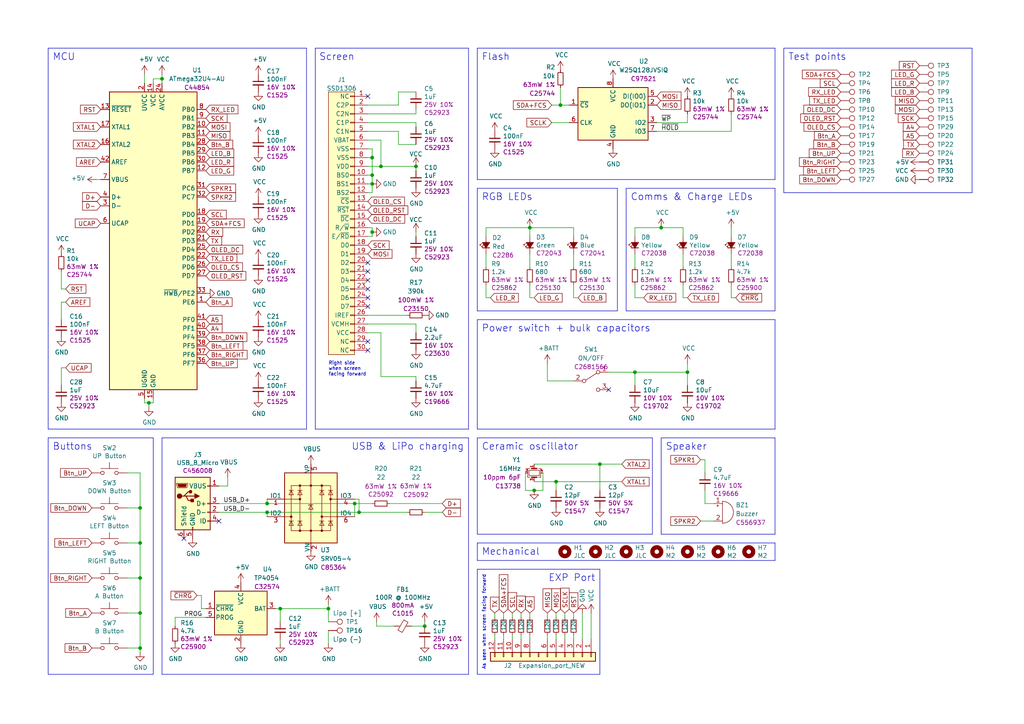
<source format=kicad_sch>
(kicad_sch (version 20211123) (generator eeschema)
  (paper "A4")
  (title_block (title "Arduboy FX Clone - AS Flavor") (date "2021-10-10") (rev "0.1") (company "Uses NEW flash wiring and NEW expansion port pinout (SDA and flash CS shared)") (comment 1 "~~200mA LiPo charging (only PROTECTED LiPos)") (comment 2 "~~2mA on all LEDs @ 4.2V"))
  (junction (at 173.99 134.62))
  (junction (at 191.77 66.04))
  (junction (at 110.49 48.26))
  (junction (at 154.94 142.24))
  (junction (at 81.28 176.53))
  (junction (at 107.95 50.8))
  (junction (at 40.64 167.64))
  (junction (at 161.29 139.7))
  (junction (at 184.15 107.95))
  (junction (at 199.39 107.95))
  (junction (at 77.47 148.59))
  (junction (at 40.64 177.8))
  (junction (at 123.19 181.61))
  (junction (at 120.65 48.26))
  (junction (at 107.95 45.72))
  (junction (at 40.64 157.48))
  (junction (at 104.14 148.59))
  (junction (at 77.47 146.05))
  (junction (at 46.99 22.86))
  (junction (at 43.18 116.84))
  (junction (at 107.95 67.31))
  (junction (at 153.67 66.04))
  (junction (at 162.56 30.48))
  (junction (at 95.25 176.53))
  (junction (at 102.87 146.05))
  (junction (at 40.64 147.32))
  (junction (at 107.95 53.34))
  (junction (at 40.64 187.96))
  (no_connect (at 63.5 151.13))
  (no_connect (at 106.68 88.9))
  (no_connect (at 53.34 156.21))
  (no_connect (at 106.68 78.74))
  (no_connect (at 106.68 27.94))
  (no_connect (at 106.68 81.28))
  (no_connect (at 106.68 99.06))
  (no_connect (at 106.68 101.6))
  (no_connect (at 106.68 76.2))
  (no_connect (at 176.53 113.03))
  (no_connect (at 106.68 83.82))
  (no_connect (at 106.68 86.36))
  (wire (pts (xy 40.64 137.16) (xy 40.64 147.32)))
  (wire (pts (xy 184.15 107.95) (xy 199.39 107.95)))
  (polyline (pts (xy 13.97 124.46) (xy 88.9 124.46)) (stroke (width 0) (type solid)))
  (wire (pts (xy 43.18 116.84) (xy 43.18 118.11)))
  (wire (pts (xy 184.15 66.04) (xy 191.77 66.04)))
  (polyline (pts (xy 281.94 13.97) (xy 281.94 55.88)) (stroke (width 0) (type solid)))
  (wire (pts (xy 95.25 176.53) (xy 95.25 175.26)))
  (wire (pts (xy 110.49 109.22) (xy 110.49 96.52)))
  (polyline (pts (xy 13.97 195.58) (xy 44.45 195.58)) (stroke (width 0) (type solid)))
  (polyline (pts (xy 88.9 13.97) (xy 88.9 124.46)) (stroke (width 0) (type solid)))
  (polyline (pts (xy 224.79 127) (xy 224.79 154.94)) (stroke (width 0) (type solid)))
  (wire (pts (xy 106.68 40.64) (xy 110.49 40.64)))
  (wire (pts (xy 140.97 73.66) (xy 140.97 77.47)))
  (wire (pts (xy 40.64 177.8) (xy 40.64 187.96)))
  (wire (pts (xy 102.87 146.05) (xy 102.87 149.86)))
  (wire (pts (xy 81.28 186.69) (xy 81.28 185.42)))
  (wire (pts (xy 36.83 177.8) (xy 40.64 177.8)))
  (polyline (pts (xy 191.77 127) (xy 224.79 127)) (stroke (width 0) (type solid)))
  (wire (pts (xy 140.97 66.04) (xy 153.67 66.04)))
  (polyline (pts (xy 138.43 195.58) (xy 173.99 195.58)) (stroke (width 0) (type solid)))
  (wire (pts (xy 153.67 184.15) (xy 153.67 185.42)))
  (polyline (pts (xy 13.97 13.97) (xy 88.9 13.97)) (stroke (width 0) (type solid)))
  (wire (pts (xy 166.37 86.36) (xy 167.64 86.36)))
  (wire (pts (xy 110.49 40.64) (xy 110.49 48.26)))
  (wire (pts (xy 46.99 21.59) (xy 46.99 22.86)))
  (polyline (pts (xy 91.44 124.46) (xy 135.89 124.46)) (stroke (width 0) (type solid)))
  (polyline (pts (xy 46.99 195.58) (xy 135.89 195.58)) (stroke (width 0) (type solid)))
  (wire (pts (xy 212.09 66.04) (xy 212.09 68.58)))
  (wire (pts (xy 109.22 180.34) (xy 109.22 181.61)))
  (wire (pts (xy 166.37 66.04) (xy 166.37 68.58)))
  (wire (pts (xy 120.65 93.98) (xy 120.65 96.52)))
  (wire (pts (xy 148.59 177.8) (xy 148.59 179.07)))
  (wire (pts (xy 107.95 45.72) (xy 107.95 50.8)))
  (wire (pts (xy 154.94 134.62) (xy 173.99 134.62)))
  (polyline (pts (xy 189.23 127) (xy 189.23 154.94)) (stroke (width 0) (type solid)))
  (wire (pts (xy 161.29 184.15) (xy 161.29 185.42)))
  (wire (pts (xy 36.83 137.16) (xy 40.64 137.16)))
  (wire (pts (xy 166.37 73.66) (xy 166.37 77.47)))
  (wire (pts (xy 106.68 55.88) (xy 107.95 55.88)))
  (wire (pts (xy 162.56 30.48) (xy 165.1 30.48)))
  (wire (pts (xy 40.64 167.64) (xy 40.64 177.8)))
  (wire (pts (xy 161.29 139.7) (xy 180.34 139.7)))
  (wire (pts (xy 190.5 35.56) (xy 199.39 35.56)))
  (polyline (pts (xy 138.43 13.97) (xy 224.79 13.97)) (stroke (width 0) (type solid)))
  (wire (pts (xy 17.78 83.82) (xy 19.05 83.82)))
  (wire (pts (xy 153.67 82.55) (xy 153.67 86.36)))
  (wire (pts (xy 17.78 78.74) (xy 17.78 83.82)))
  (wire (pts (xy 44.45 22.86) (xy 46.99 22.86)))
  (polyline (pts (xy 138.43 90.17) (xy 179.07 90.17)) (stroke (width 0) (type solid)))
  (wire (pts (xy 36.83 187.96) (xy 40.64 187.96)))
  (wire (pts (xy 154.94 139.7) (xy 161.29 139.7)))
  (wire (pts (xy 115.57 41.91) (xy 115.57 38.1)))
  (wire (pts (xy 199.39 107.95) (xy 199.39 111.76)))
  (wire (pts (xy 120.65 33.02) (xy 120.65 31.75)))
  (wire (pts (xy 160.02 30.48) (xy 162.56 30.48)))
  (wire (pts (xy 171.45 185.42) (xy 171.45 177.8)))
  (wire (pts (xy 115.57 26.67) (xy 115.57 30.48)))
  (wire (pts (xy 107.95 67.31) (xy 107.95 68.58)))
  (wire (pts (xy 41.91 115.57) (xy 41.91 116.84)))
  (wire (pts (xy 158.75 105.41) (xy 158.75 110.49)))
  (polyline (pts (xy 227.33 13.97) (xy 227.33 55.88)) (stroke (width 0) (type solid)))
  (wire (pts (xy 158.75 110.49) (xy 166.37 110.49)))
  (wire (pts (xy 163.83 184.15) (xy 163.83 185.42)))
  (wire (pts (xy 41.91 21.59) (xy 41.91 24.13)))
  (wire (pts (xy 173.99 134.62) (xy 173.99 142.24)))
  (wire (pts (xy 140.97 82.55) (xy 140.97 86.36)))
  (wire (pts (xy 77.47 148.59) (xy 77.47 149.86)))
  (wire (pts (xy 40.64 157.48) (xy 40.64 167.64)))
  (wire (pts (xy 148.59 184.15) (xy 148.59 185.42)))
  (wire (pts (xy 63.5 140.97) (xy 66.04 140.97)))
  (wire (pts (xy 106.68 53.34) (xy 107.95 53.34)))
  (wire (pts (xy 36.83 167.64) (xy 40.64 167.64)))
  (polyline (pts (xy 224.79 54.61) (xy 224.79 90.17)) (stroke (width 0) (type solid)))
  (wire (pts (xy 43.18 116.84) (xy 44.45 116.84)))
  (wire (pts (xy 203.2 133.35) (xy 204.47 133.35)))
  (wire (pts (xy 199.39 35.56) (xy 199.39 33.02)))
  (polyline (pts (xy 138.43 92.71) (xy 224.79 92.71)) (stroke (width 0) (type solid)))
  (wire (pts (xy 77.47 144.78) (xy 77.47 146.05)))
  (wire (pts (xy 104.14 144.78) (xy 104.14 148.59)))
  (wire (pts (xy 115.57 30.48) (xy 106.68 30.48)))
  (polyline (pts (xy 173.99 195.58) (xy 173.99 165.1)) (stroke (width 0) (type solid)))
  (wire (pts (xy 107.95 43.18) (xy 107.95 45.72)))
  (wire (pts (xy 160.02 35.56) (xy 165.1 35.56)))
  (wire (pts (xy 46.99 22.86) (xy 46.99 24.13)))
  (wire (pts (xy 184.15 82.55) (xy 184.15 86.36)))
  (wire (pts (xy 168.91 185.42) (xy 168.91 177.8)))
  (wire (pts (xy 27.94 52.07) (xy 29.21 52.07)))
  (polyline (pts (xy 181.61 54.61) (xy 181.61 90.17)) (stroke (width 0) (type solid)))
  (polyline (pts (xy 224.79 157.48) (xy 224.79 162.56)) (stroke (width 0) (type solid)))
  (wire (pts (xy 123.19 181.61) (xy 123.19 180.34)))
  (wire (pts (xy 153.67 177.8) (xy 153.67 179.07)))
  (wire (pts (xy 40.64 189.23) (xy 40.64 187.96)))
  (wire (pts (xy 199.39 105.41) (xy 199.39 107.95)))
  (wire (pts (xy 81.28 176.53) (xy 81.28 180.34)))
  (wire (pts (xy 36.83 147.32) (xy 40.64 147.32)))
  (wire (pts (xy 120.65 35.56) (xy 120.65 36.83)))
  (polyline (pts (xy 224.79 92.71) (xy 224.79 124.46)) (stroke (width 0) (type solid)))
  (wire (pts (xy 151.13 177.8) (xy 151.13 179.07)))
  (wire (pts (xy 143.51 184.15) (xy 143.51 185.42)))
  (polyline (pts (xy 173.99 165.1) (xy 138.43 165.1)) (stroke (width 0) (type solid)))
  (wire (pts (xy 184.15 68.58) (xy 184.15 66.04)))
  (wire (pts (xy 95.25 176.53) (xy 95.25 180.34)))
  (wire (pts (xy 36.83 157.48) (xy 40.64 157.48)))
  (wire (pts (xy 204.47 133.35) (xy 204.47 137.16)))
  (wire (pts (xy 106.68 48.26) (xy 110.49 48.26)))
  (wire (pts (xy 151.13 184.15) (xy 151.13 185.42)))
  (polyline (pts (xy 138.43 195.58) (xy 138.43 165.1)) (stroke (width 0) (type solid)))
  (wire (pts (xy 50.8 179.07) (xy 50.8 181.61)))
  (wire (pts (xy 120.65 41.91) (xy 115.57 41.91)))
  (wire (pts (xy 146.05 184.15) (xy 146.05 185.42)))
  (wire (pts (xy 154.94 142.24) (xy 157.48 142.24)))
  (wire (pts (xy 44.45 116.84) (xy 44.45 115.57)))
  (wire (pts (xy 50.8 179.07) (xy 59.69 179.07)))
  (wire (pts (xy 107.95 68.58) (xy 106.68 68.58)))
  (wire (pts (xy 106.68 93.98) (xy 120.65 93.98)))
  (polyline (pts (xy 44.45 127) (xy 44.45 195.58)) (stroke (width 0) (type solid)))
  (wire (pts (xy 212.09 82.55) (xy 212.09 86.36)))
  (wire (pts (xy 161.29 139.7) (xy 161.29 142.24)))
  (polyline (pts (xy 224.79 13.97) (xy 224.79 52.07)) (stroke (width 0) (type solid)))
  (wire (pts (xy 163.83 177.8) (xy 163.83 179.07)))
  (wire (pts (xy 102.87 144.78) (xy 104.14 144.78)))
  (wire (pts (xy 59.69 176.53) (xy 58.42 176.53)))
  (wire (pts (xy 81.28 176.53) (xy 95.25 176.53)))
  (wire (pts (xy 153.67 73.66) (xy 153.67 77.47)))
  (wire (pts (xy 63.5 148.59) (xy 77.47 148.59)))
  (wire (pts (xy 120.65 49.53) (xy 120.65 48.26)))
  (wire (pts (xy 102.87 146.05) (xy 107.95 146.05)))
  (wire (pts (xy 17.78 87.63) (xy 19.05 87.63)))
  (wire (pts (xy 106.68 91.44) (xy 118.11 91.44)))
  (polyline (pts (xy 224.79 154.94) (xy 191.77 154.94)) (stroke (width 0) (type solid)))
  (wire (pts (xy 77.47 148.59) (xy 104.14 148.59)))
  (polyline (pts (xy 13.97 13.97) (xy 13.97 124.46)) (stroke (width 0) (type solid)))
  (polyline (pts (xy 181.61 90.17) (xy 224.79 90.17)) (stroke (width 0) (type solid)))
  (polyline (pts (xy 189.23 154.94) (xy 138.43 154.94)) (stroke (width 0) (type solid)))
  (wire (pts (xy 17.78 106.68) (xy 19.05 106.68)))
  (wire (pts (xy 119.38 181.61) (xy 123.19 181.61)))
  (polyline (pts (xy 227.33 55.88) (xy 281.94 55.88)) (stroke (width 0) (type solid)))
  (wire (pts (xy 157.48 142.24) (xy 157.48 137.16)))
  (polyline (pts (xy 13.97 127) (xy 13.97 195.58)) (stroke (width 0) (type solid)))
  (polyline (pts (xy 138.43 13.97) (xy 138.43 52.07)) (stroke (width 0) (type solid)))
  (wire (pts (xy 176.53 107.95) (xy 184.15 107.95)))
  (wire (pts (xy 198.12 66.04) (xy 198.12 68.58)))
  (wire (pts (xy 107.95 55.88) (xy 107.95 53.34)))
  (polyline (pts (xy 138.43 90.17) (xy 138.43 54.61)) (stroke (width 0) (type solid)))
  (wire (pts (xy 204.47 142.24) (xy 204.47 146.05)))
  (wire (pts (xy 198.12 73.66) (xy 198.12 77.47)))
  (wire (pts (xy 107.95 66.04) (xy 107.95 67.31)))
  (wire (pts (xy 44.45 24.13) (xy 44.45 22.86)))
  (wire (pts (xy 207.01 146.05) (xy 204.47 146.05)))
  (wire (pts (xy 106.68 43.18) (xy 107.95 43.18)))
  (wire (pts (xy 212.09 86.36) (xy 213.36 86.36)))
  (wire (pts (xy 120.65 109.22) (xy 110.49 109.22)))
  (polyline (pts (xy 224.79 54.61) (xy 181.61 54.61)) (stroke (width 0) (type solid)))
  (polyline (pts (xy 138.43 124.46) (xy 224.79 124.46)) (stroke (width 0) (type solid)))
  (wire (pts (xy 113.03 146.05) (xy 128.27 146.05)))
  (polyline (pts (xy 138.43 52.07) (xy 224.79 52.07)) (stroke (width 0) (type solid)))
  (wire (pts (xy 153.67 66.04) (xy 153.67 68.58)))
  (wire (pts (xy 106.68 45.72) (xy 107.95 45.72)))
  (wire (pts (xy 191.77 66.04) (xy 198.12 66.04)))
  (wire (pts (xy 166.37 177.8) (xy 166.37 179.07)))
  (wire (pts (xy 199.39 86.36) (xy 198.12 86.36)))
  (polyline (pts (xy 135.89 13.97) (xy 135.89 124.46)) (stroke (width 0) (type solid)))
  (polyline (pts (xy 46.99 127) (xy 135.89 127)) (stroke (width 0) (type solid)))
  (polyline (pts (xy 46.99 195.58) (xy 46.99 127)) (stroke (width 0) (type solid)))
  (wire (pts (xy 106.68 35.56) (xy 120.65 35.56)))
  (polyline (pts (xy 138.43 157.48) (xy 224.79 157.48)) (stroke (width 0) (type solid)))
  (wire (pts (xy 190.5 38.1) (xy 212.09 38.1)))
  (polyline (pts (xy 281.94 13.97) (xy 227.33 13.97)) (stroke (width 0) (type solid)))
  (wire (pts (xy 106.68 96.52) (xy 110.49 96.52)))
  (wire (pts (xy 107.95 50.8) (xy 106.68 50.8)))
  (wire (pts (xy 146.05 177.8) (xy 146.05 179.07)))
  (wire (pts (xy 158.75 177.8) (xy 158.75 179.07)))
  (wire (pts (xy 120.65 26.67) (xy 115.57 26.67)))
  (polyline (pts (xy 138.43 127) (xy 189.23 127)) (stroke (width 0) (type solid)))
  (wire (pts (xy 184.15 107.95) (xy 184.15 111.76)))
  (wire (pts (xy 186.69 86.36) (xy 184.15 86.36)))
  (wire (pts (xy 153.67 66.04) (xy 166.37 66.04)))
  (wire (pts (xy 66.04 140.97) (xy 66.04 138.43)))
  (wire (pts (xy 120.65 110.49) (xy 120.65 109.22)))
  (polyline (pts (xy 91.44 13.97) (xy 91.44 124.46)) (stroke (width 0) (type solid)))
  (polyline (pts (xy 91.44 13.97) (xy 135.89 13.97)) (stroke (width 0) (type solid)))
  (wire (pts (xy 58.42 176.53) (xy 58.42 172.72)))
  (wire (pts (xy 140.97 68.58) (xy 140.97 66.04)))
  (polyline (pts (xy 138.43 127) (xy 138.43 154.94)) (stroke (width 0) (type solid)))
  (wire (pts (xy 17.78 87.63) (xy 17.78 92.71)))
  (wire (pts (xy 106.68 66.04) (xy 107.95 66.04)))
  (wire (pts (xy 95.25 182.88) (xy 95.25 186.69)))
  (polyline (pts (xy 138.43 162.56) (xy 138.43 157.48)) (stroke (width 0) (type solid)))
  (polyline (pts (xy 224.79 162.56) (xy 138.43 162.56)) (stroke (width 0) (type solid)))
  (wire (pts (xy 104.14 148.59) (xy 118.11 148.59)))
  (wire (pts (xy 161.29 177.8) (xy 161.29 179.07)))
  (wire (pts (xy 153.67 86.36) (xy 154.94 86.36)))
  (wire (pts (xy 212.09 77.47) (xy 212.09 73.66)))
  (wire (pts (xy 77.47 146.05) (xy 102.87 146.05)))
  (wire (pts (xy 166.37 82.55) (xy 166.37 86.36)))
  (wire (pts (xy 40.64 147.32) (xy 40.64 157.48)))
  (wire (pts (xy 198.12 82.55) (xy 198.12 86.36)))
  (wire (pts (xy 162.56 25.4) (xy 162.56 30.48)))
  (wire (pts (xy 110.49 48.26) (xy 120.65 48.26)))
  (wire (pts (xy 152.4 137.16) (xy 152.4 142.24)))
  (wire (pts (xy 81.28 176.53) (xy 80.01 176.53)))
  (wire (pts (xy 152.4 142.24) (xy 154.94 142.24)))
  (wire (pts (xy 203.2 151.13) (xy 207.01 151.13)))
  (wire (pts (xy 212.09 38.1) (xy 212.09 33.02)))
  (wire (pts (xy 57.15 172.72) (xy 58.42 172.72)))
  (wire (pts (xy 173.99 134.62) (xy 180.34 134.62)))
  (wire (pts (xy 158.75 184.15) (xy 158.75 185.42)))
  (polyline (pts (xy 179.07 54.61) (xy 179.07 90.17)) (stroke (width 0) (type solid)))
  (wire (pts (xy 120.65 68.58) (xy 120.65 67.31)))
  (wire (pts (xy 140.97 86.36) (xy 142.24 86.36)))
  (wire (pts (xy 107.95 53.34) (xy 107.95 50.8)))
  (wire (pts (xy 143.51 177.8) (xy 143.51 179.07)))
  (wire (pts (xy 63.5 146.05) (xy 77.47 146.05)))
  (wire (pts (xy 109.22 181.61) (xy 114.3 181.61)))
  (wire (pts (xy 17.78 106.68) (xy 17.78 111.76)))
  (wire (pts (xy 184.15 73.66) (xy 184.15 77.47)))
  (wire (pts (xy 41.91 116.84) (xy 43.18 116.84)))
  (wire (pts (xy 115.57 38.1) (xy 106.68 38.1)))
  (polyline (pts (xy 138.43 54.61) (xy 179.07 54.61)) (stroke (width 0) (type solid)))
  (wire (pts (xy 106.68 33.02) (xy 120.65 33.02)))
  (wire (pts (xy 123.19 148.59) (xy 128.27 148.59)))
  (polyline (pts (xy 138.43 92.71) (xy 138.43 124.46)) (stroke (width 0) (type solid)))
  (polyline (pts (xy 135.89 195.58) (xy 135.89 127)) (stroke (width 0) (type solid)))
  (polyline (pts (xy 191.77 154.94) (xy 191.77 127)) (stroke (width 0) (type solid)))
  (polyline (pts (xy 44.45 127) (xy 13.97 127)) (stroke (width 0) (type solid)))
  (wire (pts (xy 166.37 184.15) (xy 166.37 185.42)))
  (text "EXP Port" (at 172.72 168.91 180) (effects (font (size 2.0066 2.0066)) (justify right bottom)))
  (text "RGB LEDs" (at 139.7 58.42 0) (effects (font (size 2.0066 2.0066)) (justify left bottom)))
  (text "Power switch + bulk capacitors" (at 139.7 96.52 0) (effects (font (size 2.0066 2.0066)) (justify left bottom)))
  (text "Buttons" (at 15.24 130.81 0) (effects (font (size 2.0066 2.0066)) (justify left bottom)))
  (text "As seen when screen facing forward" (at 140.97 194.31 90) (effects (font (size 0.9906 0.9906)) (justify left bottom)))
  (text "Right side\nwhen screen\nfacing forward" (at 95.25 109.22 0) (effects (font (size 0.9906 0.9906)) (justify left bottom)))
  (text "Mechanical" (at 139.7 161.29 0) (effects (font (size 2.0066 2.0066)) (justify left bottom)))
  (text "MCU" (at 15.24 17.78 0) (effects (font (size 2.0066 2.0066)) (justify left bottom)))
  (text "Screen" (at 102.87 17.78 180) (effects (font (size 2.0066 2.0066)) (justify right bottom)))
  (text "Flash" (at 139.7 17.78 0) (effects (font (size 2.0066 2.0066)) (justify left bottom)))
  (text "USB & LiPo charging" (at 134.62 130.81 180) (effects (font (size 2.0066 2.0066)) (justify right bottom)))
  (text "Comms & Charge LEDs" (at 182.88 58.42 0) (effects (font (size 2.0066 2.0066)) (justify left bottom)))
  (text "Speaker" (at 193.04 130.81 0) (effects (font (size 2.0066 2.0066)) (justify left bottom)))
  (text "Test points" (at 228.6 17.78 0) (effects (font (size 2.0066 2.0066)) (justify left bottom)))
  (text "Ceramic oscillator" (at 139.7 130.81 0) (effects (font (size 2.0066 2.0066)) (justify left bottom)))
  (label "~{WP}" (at 191.77 35.56 0))
  (label "PROG" (at 53.34 179.07 0))
  (label "USB_D+" (at 64.77 146.05 0))
  (label "USB_D-" (at 64.77 148.59 0))
  (label "~{HOLD}" (at 191.77 38.1 0))
  (global_label "RX" (shape input) (at 151.13 177.8 90) (property "Intersheet References" "${INTERSHEET_REFS}" (effects hide)))
  (global_label "MISO" (shape input) (at 59.69 39.37 0) (property "Intersheet References" "${INTERSHEET_REFS}" (effects hide)))
  (global_label "Btn_UP" (shape input) (at 26.67 137.16 180) (property "Intersheet References" "${INTERSHEET_REFS}" (effects hide)))
  (global_label "Btn_A" (shape input) (at 26.67 177.8 180) (property "Intersheet References" "${INTERSHEET_REFS}" (effects hide)))
  (global_label "LED_R" (shape input) (at 142.24 86.36 0) (property "Intersheet References" "${INTERSHEET_REFS}" (effects hide)))
  (global_label "RX_LED" (shape input) (at 59.69 31.75 0) (property "Intersheet References" "${INTERSHEET_REFS}" (effects hide)))
  (global_label "Btn_LEFT" (shape input) (at 59.69 100.33 0) (property "Intersheet References" "${INTERSHEET_REFS}" (effects hide)))
  (global_label "SCK" (shape input) (at 266.7 34.29 180) (property "Intersheet References" "${INTERSHEET_REFS}" (effects hide)))
  (global_label "LED_R" (shape input) (at 266.7 24.13 180) (property "Intersheet References" "${INTERSHEET_REFS}" (effects hide)))
  (global_label "TX" (shape input) (at 143.51 177.8 90) (property "Intersheet References" "${INTERSHEET_REFS}" (effects hide)))
  (global_label "OLED_RST" (shape input) (at 59.69 80.01 0) (property "Intersheet References" "${INTERSHEET_REFS}" (effects hide)))
  (global_label "LED_G" (shape input) (at 59.69 49.53 0) (property "Intersheet References" "${INTERSHEET_REFS}" (effects hide)))
  (global_label "OLED_DC" (shape input) (at 106.68 63.5 0) (property "Intersheet References" "${INTERSHEET_REFS}" (effects hide)))
  (global_label "OLED_DC" (shape input) (at 59.69 72.39 0) (property "Intersheet References" "${INTERSHEET_REFS}" (effects hide)))
  (global_label "MOSI" (shape input) (at 266.7 31.75 180) (property "Intersheet References" "${INTERSHEET_REFS}" (effects hide)))
  (global_label "Btn_DOWN" (shape input) (at 243.84 52.07 180) (property "Intersheet References" "${INTERSHEET_REFS}" (effects hide)))
  (global_label "~{CHRG}" (shape input) (at 213.36 86.36 0) (property "Intersheet References" "${INTERSHEET_REFS}" (effects hide)))
  (global_label "A5" (shape input) (at 153.67 177.8 90) (property "Intersheet References" "${INTERSHEET_REFS}" (effects hide)))
  (global_label "~{CHRG}" (shape input) (at 57.15 172.72 180) (property "Intersheet References" "${INTERSHEET_REFS}" (effects hide)))
  (global_label "SCL" (shape input) (at 148.59 177.8 90) (property "Intersheet References" "${INTERSHEET_REFS}" (effects hide)))
  (global_label "A4" (shape input) (at 59.69 95.25 0) (property "Intersheet References" "${INTERSHEET_REFS}" (effects hide)))
  (global_label "SDA+FCS" (shape input) (at 160.02 30.48 180) (property "Intersheet References" "${INTERSHEET_REFS}" (effects hide)))
  (global_label "SCK" (shape input) (at 106.68 71.12 0) (property "Intersheet References" "${INTERSHEET_REFS}" (effects hide)))
  (global_label "LED_G" (shape input) (at 266.7 21.59 180) (property "Intersheet References" "${INTERSHEET_REFS}" (effects hide)))
  (global_label "Btn_B" (shape input) (at 26.67 187.96 180) (property "Intersheet References" "${INTERSHEET_REFS}" (effects hide)))
  (global_label "SCL" (shape input) (at 243.84 24.13 180) (property "Intersheet References" "${INTERSHEET_REFS}" (effects hide)))
  (global_label "OLED_CS" (shape input) (at 243.84 36.83 180) (property "Intersheet References" "${INTERSHEET_REFS}" (effects hide)))
  (global_label "TX_LED" (shape input) (at 59.69 74.93 0) (property "Intersheet References" "${INTERSHEET_REFS}" (effects hide)))
  (global_label "Btn_UP" (shape input) (at 59.69 105.41 0) (property "Intersheet References" "${INTERSHEET_REFS}" (effects hide)))
  (global_label "SPKR2" (shape input) (at 59.69 57.15 0) (property "Intersheet References" "${INTERSHEET_REFS}" (effects hide)))
  (global_label "OLED_RST" (shape input) (at 106.68 60.96 0) (property "Intersheet References" "${INTERSHEET_REFS}" (effects hide)))
  (global_label "Btn_LEFT" (shape input) (at 26.67 157.48 180) (property "Intersheet References" "${INTERSHEET_REFS}" (effects hide)))
  (global_label "Btn_B" (shape input) (at 243.84 41.91 180) (property "Intersheet References" "${INTERSHEET_REFS}" (effects hide)))
  (global_label "RX" (shape input) (at 266.7 44.45 180) (property "Intersheet References" "${INTERSHEET_REFS}" (effects hide)))
  (global_label "XTAL2" (shape input) (at 180.34 134.62 0) (property "Intersheet References" "${INTERSHEET_REFS}" (effects hide)))
  (global_label "RX_LED" (shape input) (at 243.84 26.67 180) (property "Intersheet References" "${INTERSHEET_REFS}" (effects hide)))
  (global_label "RST" (shape input) (at 19.05 83.82 0) (property "Intersheet References" "${INTERSHEET_REFS}" (effects hide)))
  (global_label "SDA+FCS" (shape input) (at 243.84 21.59 180) (property "Intersheet References" "${INTERSHEET_REFS}" (effects hide)))
  (global_label "RX_LED" (shape input) (at 186.69 86.36 0) (property "Intersheet References" "${INTERSHEET_REFS}" (effects hide)))
  (global_label "D-" (shape input) (at 128.27 148.59 0) (property "Intersheet References" "${INTERSHEET_REFS}" (effects hide)))
  (global_label "Btn_DOWN" (shape input) (at 59.69 97.79 0) (property "Intersheet References" "${INTERSHEET_REFS}" (effects hide)))
  (global_label "UCAP" (shape input) (at 29.21 64.77 180) (property "Intersheet References" "${INTERSHEET_REFS}" (effects hide)))
  (global_label "MOSI" (shape input) (at 106.68 73.66 0) (property "Intersheet References" "${INTERSHEET_REFS}" (effects hide)))
  (global_label "Btn_RIGHT" (shape input) (at 26.67 167.64 180) (property "Intersheet References" "${INTERSHEET_REFS}" (effects hide)))
  (global_label "Btn_RIGHT" (shape input) (at 59.69 102.87 0) (property "Intersheet References" "${INTERSHEET_REFS}" (effects hide)))
  (global_label "MOSI" (shape input) (at 190.5 27.94 0) (property "Intersheet References" "${INTERSHEET_REFS}" (effects hide)))
  (global_label "MISO" (shape input) (at 266.7 29.21 180) (property "Intersheet References" "${INTERSHEET_REFS}" (effects hide)))
  (global_label "AREF" (shape input) (at 19.05 87.63 0) (property "Intersheet References" "${INTERSHEET_REFS}" (effects hide)))
  (global_label "RX" (shape input) (at 59.69 67.31 0) (property "Intersheet References" "${INTERSHEET_REFS}" (effects hide)))
  (global_label "TX" (shape input) (at 266.7 41.91 180) (property "Intersheet References" "${INTERSHEET_REFS}" (effects hide)))
  (global_label "OLED_RST" (shape input) (at 243.84 34.29 180) (property "Intersheet References" "${INTERSHEET_REFS}" (effects hide)))
  (global_label "OLED_DC" (shape input) (at 243.84 31.75 180) (property "Intersheet References" "${INTERSHEET_REFS}" (effects hide)))
  (global_label "RST" (shape input) (at 166.37 177.8 90) (property "Intersheet References" "${INTERSHEET_REFS}" (effects hide)))
  (global_label "OLED_CS" (shape input) (at 106.68 58.42 0) (property "Intersheet References" "${INTERSHEET_REFS}" (effects hide)))
  (global_label "AREF" (shape input) (at 29.21 46.99 180) (property "Intersheet References" "${INTERSHEET_REFS}" (effects hide)))
  (global_label "OLED_CS" (shape input) (at 59.69 77.47 0) (property "Intersheet References" "${INTERSHEET_REFS}" (effects hide)))
  (global_label "TX_LED" (shape input) (at 199.39 86.36 0) (property "Intersheet References" "${INTERSHEET_REFS}" (effects hide)))
  (global_label "Btn_DOWN" (shape input) (at 26.67 147.32 180) (property "Intersheet References" "${INTERSHEET_REFS}" (effects hide)))
  (global_label "A5" (shape input) (at 266.7 39.37 180) (property "Intersheet References" "${INTERSHEET_REFS}" (effects hide)))
  (global_label "SDA+FCS" (shape input) (at 146.05 177.8 90) (property "Intersheet References" "${INTERSHEET_REFS}" (effects hide)))
  (global_label "SPKR1" (shape input) (at 203.2 133.35 180) (property "Intersheet References" "${INTERSHEET_REFS}" (effects hide)))
  (global_label "MISO" (shape input) (at 190.5 30.48 0) (property "Intersheet References" "${INTERSHEET_REFS}" (effects hide)))
  (global_label "XTAL1" (shape input) (at 29.21 36.83 180) (property "Intersheet References" "${INTERSHEET_REFS}" (effects hide)))
  (global_label "SCLK" (shape input) (at 163.83 177.8 90) (property "Intersheet References" "${INTERSHEET_REFS}" (effects hide)))
  (global_label "Btn_RIGHT" (shape input) (at 243.84 46.99 180) (property "Intersheet References" "${INTERSHEET_REFS}" (effects hide)))
  (global_label "SCLK" (shape input) (at 160.02 35.56 180) (property "Intersheet References" "${INTERSHEET_REFS}" (effects hide)))
  (global_label "TX_LED" (shape input) (at 243.84 29.21 180) (property "Intersheet References" "${INTERSHEET_REFS}" (effects hide)))
  (global_label "A5" (shape input) (at 59.69 92.71 0) (property "Intersheet References" "${INTERSHEET_REFS}" (effects hide)))
  (global_label "RST" (shape input) (at 29.21 31.75 180) (property "Intersheet References" "${INTERSHEET_REFS}" (effects hide)))
  (global_label "Btn_LEFT" (shape input) (at 243.84 49.53 180) (property "Intersheet References" "${INTERSHEET_REFS}" (effects hide)))
  (global_label "LED_B" (shape input) (at 167.64 86.36 0) (property "Intersheet References" "${INTERSHEET_REFS}" (effects hide)))
  (global_label "SDA+FCS" (shape input) (at 59.69 64.77 0) (property "Intersheet References" "${INTERSHEET_REFS}" (effects hide)))
  (global_label "UCAP" (shape input) (at 19.05 106.68 0) (property "Intersheet References" "${INTERSHEET_REFS}" (effects hide)))
  (global_label "D+" (shape input) (at 128.27 146.05 0) (property "Intersheet References" "${INTERSHEET_REFS}" (effects hide)))
  (global_label "D-" (shape input) (at 29.21 59.69 180) (property "Intersheet References" "${INTERSHEET_REFS}" (effects hide)))
  (global_label "LED_B" (shape input) (at 266.7 26.67 180) (property "Intersheet References" "${INTERSHEET_REFS}" (effects hide)))
  (global_label "SPKR1" (shape input) (at 59.69 54.61 0) (property "Intersheet References" "${INTERSHEET_REFS}" (effects hide)))
  (global_label "LED_G" (shape input) (at 154.94 86.36 0) (property "Intersheet References" "${INTERSHEET_REFS}" (effects hide)))
  (global_label "XTAL1" (shape input) (at 180.34 139.7 0) (property "Intersheet References" "${INTERSHEET_REFS}" (effects hide)))
  (global_label "SCL" (shape input) (at 59.69 62.23 0) (property "Intersheet References" "${INTERSHEET_REFS}" (effects hide)))
  (global_label "LED_B" (shape input) (at 59.69 44.45 0) (property "Intersheet References" "${INTERSHEET_REFS}" (effects hide)))
  (global_label "Btn_A" (shape input) (at 243.84 39.37 180) (property "Intersheet References" "${INTERSHEET_REFS}" (effects hide)))
  (global_label "TX" (shape input) (at 59.69 69.85 0) (property "Intersheet References" "${INTERSHEET_REFS}" (effects hide)))
  (global_label "A4" (shape input) (at 266.7 36.83 180) (property "Intersheet References" "${INTERSHEET_REFS}" (effects hide)))
  (global_label "SCK" (shape input) (at 59.69 34.29 0) (property "Intersheet References" "${INTERSHEET_REFS}" (effects hide)))
  (global_label "Btn_UP" (shape input) (at 243.84 44.45 180) (property "Intersheet References" "${INTERSHEET_REFS}" (effects hide)))
  (global_label "D+" (shape input) (at 29.21 57.15 180) (property "Intersheet References" "${INTERSHEET_REFS}" (effects hide)))
  (global_label "SPKR2" (shape input) (at 203.2 151.13 180) (property "Intersheet References" "${INTERSHEET_REFS}" (effects hide)))
  (global_label "RST" (shape input) (at 266.7 19.05 180) (property "Intersheet References" "${INTERSHEET_REFS}" (effects hide)))
  (global_label "Btn_A" (shape input) (at 59.69 87.63 0) (property "Intersheet References" "${INTERSHEET_REFS}" (effects hide)))
  (global_label "MOSI" (shape input) (at 161.29 177.8 90) (property "Intersheet References" "${INTERSHEET_REFS}" (effects hide)))
  (global_label "MOSI" (shape input) (at 59.69 36.83 0) (property "Intersheet References" "${INTERSHEET_REFS}" (effects hide)))
  (global_label "MISO" (shape input) (at 158.75 177.8 90) (property "Intersheet References" "${INTERSHEET_REFS}" (effects hide)))
  (global_label "LED_R" (shape input) (at 59.69 46.99 0) (property "Intersheet References" "${INTERSHEET_REFS}" (effects hide)))
  (global_label "XTAL2" (shape input) (at 29.21 41.91 180) (property "Intersheet References" "${INTERSHEET_REFS}" (effects hide)))
  (global_label "Btn_B" (shape input) (at 59.69 41.91 0) (property "Intersheet References" "${INTERSHEET_REFS}" (effects hide)))
  (symbol (lib_id "power:GND") (at 43.18 118.11 0) (unit 1)
    (property "Reference" "#PWR049" (effects hide))
    (property "Value" "GND" (at 43.307 122.5042 0))
  )
  (symbol (lib_id "Device:C_Small") (at 17.78 114.3 0) (unit 1)
    (property "Reference" "C28" (at 20.1168 110.8202 0) (effects (justify left)))
    (property "Value" "1uF" (at 20.1168 113.1316 0) (effects (justify left)))
    (property "Footprint" "no_refdes:0402_HandSolder" (effects hide))
    (property "Rating" "25V 10%" (at 20.1168 115.443 0) (effects (justify left)))
    (property "LCSC" "C52923" (at 20.1168 117.7544 0) (effects (justify left)))
  )
  (symbol (lib_id "power:GND") (at 17.78 116.84 0) (unit 1)
    (property "Reference" "#PWR083" (effects hide))
    (property "Value" "GND" (at 17.907 121.2342 0))
  )
  (symbol (lib_id "Device:R_Small") (at 110.49 146.05 90) (unit 1)
    (property "Reference" "R20" (at 110.49 135.89 90))
    (property "Value" "22" (at 110.49 138.43 90))
    (property "Footprint" "no_refdes:0402_HandSolder" (effects hide))
    (property "Rating" "63mW 1%" (at 110.49 141.0716 90))
    (property "LCSC" "C25092" (at 110.49 143.383 90))
  )
  (symbol (lib_id "Device:R_Small") (at 120.65 148.59 90) (unit 1)
    (property "Reference" "R21" (at 120.65 135.89 90))
    (property "Value" "22" (at 120.65 138.43 90))
    (property "Footprint" "no_refdes:0402_HandSolder" (effects hide))
    (property "Rating" "63mW 1%" (at 120.65 140.97 90))
    (property "LCSC" "C25092" (at 120.65 143.51 90))
  )
  (symbol (lib_id "arduboy_AS_flavor-rescue:ATmega32U4-AU-MCU_Microchip_ATmega") (at 44.45 69.85 0) (unit 1)
    (property "Reference" "U1" (at 57.15 20.32 0))
    (property "Value" "ATmega32U4-AU" (at 57.15 22.86 0))
    (property "Footprint" "Package_QFP:TQFP-44_10x10mm_P0.8mm" (effects hide))
    (property "Datasheet" "http://ww1.microchip.com/downloads/en/DeviceDoc/Atmel-7766-8-bit-AVR-ATmega16U4-32U4_Datasheet.pdf" (effects hide))
    (property "LCSC" "C44854" (at 57.15 25.4 0))
  )
  (symbol (lib_id "Switch:SW_Push") (at 31.75 137.16 0) (unit 1)
    (property "Reference" "SW2" (at 31.75 129.921 0))
    (property "Value" "UP Button" (at 31.75 132.2324 0))
    (property "Footprint" "arduboy:button_TS-1187A-B-A-B" (effects hide))
    (property "LCSC" "C318884" (effects hide))
  )
  (symbol (lib_id "Device:C_Small") (at 17.78 95.25 0) (unit 1)
    (property "Reference" "C16" (at 20.1168 91.7702 0) (effects (justify left)))
    (property "Value" "100nF" (at 20.1168 94.0816 0) (effects (justify left)))
    (property "Footprint" "no_refdes:0402_HandSolder" (effects hide))
    (property "Rating" "16V 10%" (at 20.1168 96.393 0) (effects (justify left)))
    (property "LCSC" "C1525" (at 20.1168 98.7044 0) (effects (justify left)))
  )
  (symbol (lib_id "Switch:SW_Push") (at 31.75 147.32 0) (unit 1)
    (property "Reference" "SW3" (at 31.75 140.081 0))
    (property "Value" "DOWN Button" (at 31.75 142.3924 0))
    (property "Footprint" "arduboy:button_TS-1187A-B-A-B" (effects hide))
    (property "LCSC" "C318884" (effects hide))
  )
  (symbol (lib_id "Switch:SW_Push") (at 31.75 157.48 0) (unit 1)
    (property "Reference" "SW4" (at 31.75 150.241 0))
    (property "Value" "LEFT Button" (at 31.75 152.5524 0))
    (property "Footprint" "arduboy:button_TS-1187A-B-A-B" (effects hide))
    (property "LCSC" "C318884" (effects hide))
  )
  (symbol (lib_id "Switch:SW_Push") (at 31.75 167.64 0) (unit 1)
    (property "Reference" "SW5" (at 31.75 160.401 0))
    (property "Value" "RIGHT Button" (at 31.75 162.7124 0))
    (property "Footprint" "arduboy:button_TS-1187A-B-A-B" (effects hide))
    (property "LCSC" "C318884" (effects hide))
  )
  (symbol (lib_id "Switch:SW_Push") (at 31.75 177.8 0) (unit 1)
    (property "Reference" "SW6" (at 31.75 170.561 0))
    (property "Value" "A Button" (at 31.75 172.8724 0))
    (property "Footprint" "arduboy:button_TS-1187A-B-A-B" (effects hide))
    (property "LCSC" "C318884" (effects hide))
  )
  (symbol (lib_id "power:GND") (at 17.78 97.79 0) (unit 1)
    (property "Reference" "#PWR063" (effects hide))
    (property "Value" "GND" (at 17.907 102.1842 0))
  )
  (symbol (lib_id "Switch:SW_Push") (at 31.75 187.96 0) (unit 1)
    (property "Reference" "SW7" (at 31.75 180.721 0))
    (property "Value" "B Button" (at 31.75 183.0324 0))
    (property "Footprint" "arduboy:button_TS-1187A-B-A-B" (effects hide))
    (property "LCSC" "C318884" (effects hide))
  )
  (symbol (lib_id "Device:Crystal_GND24_Small") (at 154.94 137.16 270) (unit 1)
    (property "Reference" "Y1" (at 151.13 133.35 90) (effects (justify right)))
    (property "Value" "16MHz" (at 151.13 135.89 90) (effects (justify right)))
    (property "Footprint" "Crystal:Crystal_SMD_3225-4Pin_3.2x2.5mm" (effects hide))
    (property "Rating" "10ppm 6pF" (at 151.13 138.43 90) (effects (justify right)))
    (property "LCSC" "C13738" (at 151.13 140.97 90) (effects (justify right)))
  )
  (symbol (lib_id "Device:C_Small") (at 173.99 144.78 0) (unit 1)
    (property "Reference" "C3" (at 176.3268 141.3002 0) (effects (justify left)))
    (property "Value" "12pF" (at 176.3268 143.6116 0) (effects (justify left)))
    (property "Footprint" "no_refdes:0402_HandSolder" (effects hide))
    (property "Rating" "50V 5%" (at 176.3268 145.923 0) (effects (justify left)))
    (property "LCSC" "C1547" (at 176.3268 148.2344 0) (effects (justify left)))
  )
  (symbol (lib_id "Device:C_Small") (at 161.29 144.78 0) (unit 1)
    (property "Reference" "C2" (at 163.6268 141.3002 0) (effects (justify left)))
    (property "Value" "12pF" (at 163.6268 143.6116 0) (effects (justify left)))
    (property "Footprint" "no_refdes:0402_HandSolder" (effects hide))
    (property "Rating" "50V 5%" (at 163.6268 145.923 0) (effects (justify left)))
    (property "LCSC" "C1547" (at 163.6268 148.2344 0) (effects (justify left)))
  )
  (symbol (lib_id "power:GND") (at 173.99 147.32 0) (unit 1)
    (property "Reference" "#PWR010" (effects hide))
    (property "Value" "GND" (at 174.117 151.7142 0))
  )
  (symbol (lib_id "power:GND") (at 161.29 147.32 0) (unit 1)
    (property "Reference" "#PWR09" (effects hide))
    (property "Value" "GND" (at 161.417 151.7142 0))
  )
  (symbol (lib_id "power:GND") (at 40.64 189.23 0) (unit 1)
    (property "Reference" "#PWR084" (effects hide))
    (property "Value" "GND" (at 40.767 193.6242 0))
  )
  (symbol (lib_id "power:VCC") (at 17.78 73.66 0) (unit 1)
    (property "Reference" "#PWR01" (effects hide))
    (property "Value" "VCC" (at 18.161 69.2658 0))
  )
  (symbol (lib_id "power:VCC") (at 46.99 21.59 0) (unit 1)
    (property "Reference" "#PWR03" (effects hide))
    (property "Value" "VCC" (at 47.371 17.1958 0))
  )
  (symbol (lib_id "Connector:USB_B_Micro") (at 55.88 146.05 0) (unit 1)
    (property "Reference" "J3" (at 57.3278 131.9022 0))
    (property "Value" "USB_B_Micro" (at 57.3278 134.2136 0))
    (property "Footprint" "arduboy:USB_MICRO_B_C456008" (effects hide))
    (property "LCSC" "C456008" (at 57.3278 136.525 0))
  )
  (symbol (lib_id "Device:C_Small") (at 74.93 24.13 0) (unit 1)
    (property "Reference" "C17" (at 77.2668 20.6502 0) (effects (justify left)))
    (property "Value" "100nF" (at 77.2668 22.9616 0) (effects (justify left)))
    (property "Footprint" "no_refdes:0402_HandSolder" (effects hide))
    (property "Rating" "16V 10%" (at 77.2668 25.273 0) (effects (justify left)))
    (property "LCSC" "C1525" (at 77.2668 27.5844 0) (effects (justify left)))
  )
  (symbol (lib_id "power:GND") (at 74.93 26.67 0) (unit 1)
    (property "Reference" "#PWR064" (effects hide))
    (property "Value" "GND" (at 75.057 31.0642 0))
  )
  (symbol (lib_id "power:+5V") (at 27.94 52.07 90) (unit 1)
    (property "Reference" "#PWR017" (effects hide))
    (property "Value" "+5V" (at 24.6888 51.689 90) (effects (justify left)))
  )
  (symbol (lib_id "power:VCC") (at 74.93 57.15 0) (unit 1)
    (property "Reference" "#PWR058" (effects hide))
    (property "Value" "VCC" (at 75.311 52.7558 0))
  )
  (symbol (lib_id "power:VCC") (at 199.39 27.94 0) (unit 1)
    (property "Reference" "#PWR06" (effects hide))
    (property "Value" "VCC" (at 199.771 23.5458 0))
  )
  (symbol (lib_id "power:VCC") (at 212.09 27.94 0) (unit 1)
    (property "Reference" "#PWR07" (effects hide))
    (property "Value" "VCC" (at 212.471 23.5458 0))
  )
  (symbol (lib_id "Device:C_Small") (at 74.93 59.69 0) (unit 1)
    (property "Reference" "C19" (at 77.2668 56.2102 0) (effects (justify left)))
    (property "Value" "100nF" (at 77.2668 58.5216 0) (effects (justify left)))
    (property "Footprint" "no_refdes:0402_HandSolder" (effects hide))
    (property "Rating" "16V 10%" (at 77.2668 60.833 0) (effects (justify left)))
    (property "LCSC" "C1525" (at 77.2668 63.1444 0) (effects (justify left)))
  )
  (symbol (lib_id "power:GND") (at 74.93 62.23 0) (unit 1)
    (property "Reference" "#PWR066" (effects hide))
    (property "Value" "GND" (at 75.057 66.6242 0))
  )
  (symbol (lib_id "power:GND") (at 55.88 156.21 0) (unit 1)
    (property "Reference" "#PWR081" (effects hide))
    (property "Value" "GND" (at 56.007 160.6042 0))
  )
  (symbol (lib_id "power:VCC") (at 74.93 74.93 0) (unit 1)
    (property "Reference" "#PWR059" (effects hide))
    (property "Value" "VCC" (at 75.311 70.5358 0))
  )
  (symbol (lib_id "Device:C_Small") (at 74.93 77.47 0) (unit 1)
    (property "Reference" "C20" (at 77.2668 73.9902 0) (effects (justify left)))
    (property "Value" "100nF" (at 77.2668 76.3016 0) (effects (justify left)))
    (property "Footprint" "no_refdes:0402_HandSolder" (effects hide))
    (property "Rating" "16V 10%" (at 77.2668 78.613 0) (effects (justify left)))
    (property "LCSC" "C1525" (at 77.2668 80.9244 0) (effects (justify left)))
  )
  (symbol (lib_id "power:GND") (at 74.93 80.01 0) (unit 1)
    (property "Reference" "#PWR067" (effects hide))
    (property "Value" "GND" (at 75.057 84.4042 0))
  )
  (symbol (lib_id "Device:C_Small") (at 120.65 99.06 0) (unit 1)
    (property "Reference" "C14" (at 122.9868 95.5802 0) (effects (justify left)))
    (property "Value" "2.2uF" (at 122.9868 97.8916 0) (effects (justify left)))
    (property "Footprint" "no_refdes:0603_HandSolder" (effects hide))
    (property "Rating" "16V 10%" (at 122.9868 100.203 0) (effects (justify left)))
    (property "LCSC" "C23630" (at 122.9868 102.5144 0) (effects (justify left)))
  )
  (symbol (lib_id "Device:C_Small") (at 74.93 41.91 0) (unit 1)
    (property "Reference" "C18" (at 77.2668 38.4302 0) (effects (justify left)))
    (property "Value" "100nF" (at 77.2668 40.7416 0) (effects (justify left)))
    (property "Footprint" "no_refdes:0402_HandSolder" (effects hide))
    (property "Rating" "16V 10%" (at 77.2668 43.053 0) (effects (justify left)))
    (property "LCSC" "C1525" (at 77.2668 45.3644 0) (effects (justify left)))
  )
  (symbol (lib_id "power:GND") (at 74.93 44.45 0) (unit 1)
    (property "Reference" "#PWR065" (effects hide))
    (property "Value" "GND" (at 75.057 48.8442 0))
  )
  (symbol (lib_id "Device:C_Small") (at 120.65 113.03 0) (unit 1)
    (property "Reference" "C15" (at 122.9868 109.5502 0) (effects (justify left)))
    (property "Value" "4.7uF" (at 122.9868 111.8616 0) (effects (justify left)))
    (property "Footprint" "no_refdes:0603_HandSolder" (effects hide))
    (property "Rating" "16V 10%" (at 122.9868 114.173 0) (effects (justify left)))
    (property "LCSC" "C19666" (at 122.9868 116.4844 0) (effects (justify left)))
  )
  (symbol (lib_id "power:VCC") (at 162.56 20.32 0) (unit 1)
    (property "Reference" "#PWR04" (effects hide))
    (property "Value" "VCC" (at 162.941 15.9258 0))
  )
  (symbol (lib_id "power:GND") (at 154.94 142.24 0) (unit 1)
    (property "Reference" "#PWR08" (effects hide))
    (property "Value" "GND" (at 155.067 146.6342 0))
  )
  (symbol (lib_id "Mechanical:MountingHole") (at 163.83 160.02 0) (unit 1)
    (property "Reference" "H1" (at 166.37 158.8516 0) (effects (justify left)))
    (property "Value" "JLC" (at 166.37 161.163 0) (effects (justify left)))
    (property "Footprint" "arduboy:JLCPCB_assembly_hole" (effects hide))
  )
  (symbol (lib_id "Mechanical:MountingHole") (at 172.72 160.02 0) (unit 1)
    (property "Reference" "H2" (at 175.26 158.8516 0) (effects (justify left)))
    (property "Value" "JLC" (at 175.26 161.163 0) (effects (justify left)))
    (property "Footprint" "arduboy:JLCPCB_assembly_hole" (effects hide))
  )
  (symbol (lib_id "Mechanical:MountingHole") (at 181.61 160.02 0) (unit 1)
    (property "Reference" "H3" (at 184.15 158.8516 0) (effects (justify left)))
    (property "Value" "JLC" (at 184.15 161.163 0) (effects (justify left)))
    (property "Footprint" "arduboy:JLCPCB_assembly_hole" (effects hide))
  )
  (symbol (lib_id "Mechanical:MountingHole") (at 190.5 160.02 0) (unit 1)
    (property "Reference" "H4" (at 193.04 158.8516 0) (effects (justify left)))
    (property "Value" "M2" (at 193.04 161.163 0) (effects (justify left)))
    (property "Footprint" "arduboy:M2_mounting_hole" (effects hide))
  )
  (symbol (lib_id "Mechanical:MountingHole") (at 199.39 160.02 0) (unit 1)
    (property "Reference" "H5" (at 201.93 158.8516 0) (effects (justify left)))
    (property "Value" "M2" (at 201.93 161.163 0) (effects (justify left)))
    (property "Footprint" "arduboy:M2_mounting_hole" (effects hide))
  )
  (symbol (lib_id "Mechanical:MountingHole") (at 208.28 160.02 0) (unit 1)
    (property "Reference" "H6" (at 210.82 158.8516 0) (effects (justify left)))
    (property "Value" "M2" (at 210.82 161.163 0) (effects (justify left)))
    (property "Footprint" "arduboy:M2_mounting_hole" (effects hide))
  )
  (symbol (lib_id "Mechanical:MountingHole") (at 217.17 160.02 0) (unit 1)
    (property "Reference" "H7" (at 219.71 158.8516 0) (effects (justify left)))
    (property "Value" "M2" (at 219.71 161.163 0) (effects (justify left)))
    (property "Footprint" "arduboy:M2_mounting_hole" (effects hide))
  )
  (symbol (lib_id "power:+BATT") (at 158.75 105.41 0) (unit 1)
    (property "Reference" "#PWR021" (effects hide))
    (property "Value" "+BATT" (at 159.131 101.0158 0))
  )
  (symbol (lib_id "power:GND") (at 184.15 116.84 0) (unit 1)
    (property "Reference" "#PWR025" (effects hide))
    (property "Value" "GND" (at 184.277 121.2342 0))
  )
  (symbol (lib_id "power:GND") (at 107.95 67.31 90) (unit 1)
    (property "Reference" "#PWR035" (effects hide))
    (property "Value" "GND" (at 113.03 67.31 90))
  )
  (symbol (lib_id "Device:C_Small") (at 184.15 114.3 0) (unit 1)
    (property "Reference" "C7" (at 186.4868 110.8202 0) (effects (justify left)))
    (property "Value" "10uF" (at 186.4868 113.1316 0) (effects (justify left)))
    (property "Footprint" "no_refdes:0603_HandSolder" (effects hide))
    (property "Rating" "10V 10%" (at 186.4868 115.443 0) (effects (justify left)))
    (property "LCSC" "C19702" (at 186.4868 117.7544 0) (effects (justify left)))
  )
  (symbol (lib_id "power:GND") (at 107.95 53.34 90) (unit 1)
    (property "Reference" "#PWR032" (effects hide))
    (property "Value" "GND" (at 113.03 53.34 90))
  )
  (symbol (lib_id "Connector:TestPoint") (at 266.7 19.05 270) (unit 1)
    (property "Reference" "TP3" (at 271.78 19.05 90) (effects (justify left)))
    (property "Value" "~RST" (effects hide))
    (property "Footprint" "TestPoint:TestPoint_Pad_D2.0mm" (effects hide))
  )
  (symbol (lib_id "Memory_Flash:W25Q128JVS") (at 177.8 33.02 0) (unit 1)
    (property "Reference" "U2" (at 186.69 17.78 0))
    (property "Value" "W25Q128JVSIQ" (at 186.69 20.32 0))
    (property "Footprint" "Package_SO:SOIC-8_5.23x5.23mm_P1.27mm" (effects hide))
    (property "Datasheet" "http://www.winbond.com/resource-files/w25q128jv_dtr%20revc%2003272018%20plus.pdf" (effects hide))
    (property "LCSC" "C97521" (at 186.69 22.86 0))
  )
  (symbol (lib_id "power:VCC") (at 143.51 38.1 0) (unit 1)
    (property "Reference" "#PWR011" (effects hide))
    (property "Value" "VCC" (at 143.891 33.7058 0))
  )
  (symbol (lib_id "Device:C_Small") (at 143.51 40.64 0) (unit 1)
    (property "Reference" "C4" (at 145.8468 37.1602 0) (effects (justify left)))
    (property "Value" "100nF" (at 145.8468 39.4716 0) (effects (justify left)))
    (property "Footprint" "no_refdes:0402_HandSolder" (effects hide))
    (property "Rating" "16V 10%" (at 145.8468 41.783 0) (effects (justify left)))
    (property "LCSC" "C1525" (at 145.8468 44.0944 0) (effects (justify left)))
  )
  (symbol (lib_id "power:GND") (at 143.51 43.18 0) (unit 1)
    (property "Reference" "#PWR016" (effects hide))
    (property "Value" "GND" (at 143.637 47.5742 0))
  )
  (symbol (lib_id "Connector:TestPoint") (at 243.84 26.67 270) (unit 1)
    (property "Reference" "TP6" (at 248.92 26.67 90) (effects (justify left)))
    (property "Value" "D17/PB0/~RX_LED" (effects hide))
    (property "Footprint" "TestPoint:TestPoint_Pad_D2.0mm" (effects hide))
  )
  (symbol (lib_id "Connector:TestPoint") (at 266.7 21.59 270) (unit 1)
    (property "Reference" "TP5" (at 271.78 21.59 90) (effects (justify left)))
    (property "Value" "D11/PB7/~LED_G" (effects hide))
    (property "Footprint" "TestPoint:TestPoint_Pad_D2.0mm" (effects hide))
  )
  (symbol (lib_id "Connector:TestPoint") (at 266.7 24.13 270) (unit 1)
    (property "Reference" "TP7" (at 271.78 24.13 90) (effects (justify left)))
    (property "Value" "D10/PB6/~LED_R" (effects hide))
    (property "Footprint" "TestPoint:TestPoint_Pad_D2.0mm" (effects hide))
  )
  (symbol (lib_id "Connector:TestPoint") (at 266.7 26.67 270) (unit 1)
    (property "Reference" "TP9" (at 271.78 26.67 90) (effects (justify left)))
    (property "Value" "D9/PB5/~LED_B" (effects hide))
    (property "Footprint" "TestPoint:TestPoint_Pad_D2.0mm" (effects hide))
  )
  (symbol (lib_id "Connector:TestPoint") (at 243.84 41.91 270) (unit 1)
    (property "Reference" "TP19" (at 248.92 41.91 90) (effects (justify left)))
    (property "Value" "D8/PB4/B" (effects hide))
    (property "Footprint" "TestPoint:TestPoint_Pad_D2.0mm" (effects hide))
  )
  (symbol (lib_id "Connector:TestPoint") (at 266.7 29.21 270) (unit 1)
    (property "Reference" "TP11" (at 271.78 29.21 90) (effects (justify left)))
    (property "Value" "D14/PB3/MISO" (effects hide))
    (property "Footprint" "TestPoint:TestPoint_Pad_D2.0mm" (effects hide))
  )
  (symbol (lib_id "Connector:TestPoint") (at 266.7 31.75 270) (unit 1)
    (property "Reference" "TP13" (at 271.78 31.75 90) (effects (justify left)))
    (property "Value" "D16/PB2/MOSI" (effects hide))
    (property "Footprint" "TestPoint:TestPoint_Pad_D2.0mm" (effects hide))
  )
  (symbol (lib_id "Connector:TestPoint") (at 266.7 34.29 270) (unit 1)
    (property "Reference" "TP15" (at 271.78 34.29 90) (effects (justify left)))
    (property "Value" "D15/PB1/SCK" (effects hide))
    (property "Footprint" "TestPoint:TestPoint_Pad_D2.0mm" (effects hide))
  )
  (symbol (lib_id "power:+5V") (at 74.93 21.59 0) (unit 1)
    (property "Reference" "#PWR0101" (effects hide))
    (property "Value" "+5V" (at 75.311 17.1958 0))
  )
  (symbol (lib_id "power:+5V") (at 74.93 39.37 0) (unit 1)
    (property "Reference" "#PWR0102" (effects hide))
    (property "Value" "+5V" (at 75.311 34.9758 0))
  )
  (symbol (lib_id "Connector:TestPoint") (at 243.84 44.45 270) (unit 1)
    (property "Reference" "TP21" (at 248.92 44.45 90) (effects (justify left)))
    (property "Value" "A0/PF7/UP" (effects hide))
    (property "Footprint" "TestPoint:TestPoint_Pad_D2.0mm" (effects hide))
  )
  (symbol (lib_id "Connector:TestPoint") (at 243.84 46.99 270) (unit 1)
    (property "Reference" "TP23" (at 248.92 46.99 90) (effects (justify left)))
    (property "Value" "A1/F6/RIGHT" (effects hide))
    (property "Footprint" "TestPoint:TestPoint_Pad_D2.0mm" (effects hide))
  )
  (symbol (lib_id "Connector:TestPoint") (at 243.84 49.53 270) (unit 1)
    (property "Reference" "TP25" (at 248.92 49.53 90) (effects (justify left)))
    (property "Value" "A2/F5/LEFT" (effects hide))
    (property "Footprint" "TestPoint:TestPoint_Pad_D2.0mm" (effects hide))
  )
  (symbol (lib_id "Connector:TestPoint") (at 243.84 52.07 270) (unit 1)
    (property "Reference" "TP27" (at 248.92 52.07 90) (effects (justify left)))
    (property "Value" "A3/F4/DOWN" (effects hide))
    (property "Footprint" "TestPoint:TestPoint_Pad_D2.0mm" (effects hide))
  )
  (symbol (lib_id "Connector:TestPoint") (at 266.7 39.37 270) (unit 1)
    (property "Reference" "TP20" (at 271.78 39.37 90) (effects (justify left)))
    (property "Value" "A5/F0" (effects hide))
    (property "Footprint" "TestPoint:TestPoint_Pad_D2.0mm" (effects hide))
  )
  (symbol (lib_id "Connector:TestPoint") (at 243.84 39.37 270) (unit 1)
    (property "Reference" "TP17" (at 248.92 39.37 90) (effects (justify left)))
    (property "Value" "D7/E6/A" (effects hide))
    (property "Footprint" "TestPoint:TestPoint_Pad_D2.0mm" (effects hide))
  )
  (symbol (lib_id "Connector:TestPoint") (at 243.84 34.29 270) (unit 1)
    (property "Reference" "TP12" (at 248.92 34.29 90) (effects (justify left)))
    (property "Value" "D6/D7/~OLED_RST" (effects hide))
    (property "Footprint" "TestPoint:TestPoint_Pad_D2.0mm" (effects hide))
  )
  (symbol (lib_id "Connector:TestPoint") (at 243.84 36.83 270) (unit 1)
    (property "Reference" "TP14" (at 248.92 36.83 90) (effects (justify left)))
    (property "Value" "D12/D6/~OLED_CS" (effects hide))
    (property "Footprint" "TestPoint:TestPoint_Pad_D2.0mm" (effects hide))
  )
  (symbol (lib_id "Connector:TestPoint") (at 243.84 29.21 270) (unit 1)
    (property "Reference" "TP8" (at 248.92 29.21 90) (effects (justify left)))
    (property "Value" "D30/D5/~TX_LED" (effects hide))
    (property "Footprint" "TestPoint:TestPoint_Pad_D2.0mm" (effects hide))
  )
  (symbol (lib_id "Connector:TestPoint") (at 243.84 31.75 270) (unit 1)
    (property "Reference" "TP10" (at 248.92 31.75 90) (effects (justify left)))
    (property "Value" "D4/D4/~OLED_DC" (effects hide))
    (property "Footprint" "TestPoint:TestPoint_Pad_D2.0mm" (effects hide))
  )
  (symbol (lib_id "Connector:TestPoint") (at 266.7 41.91 270) (unit 1)
    (property "Reference" "TP22" (at 271.78 41.91 90) (effects (justify left)))
    (property "Value" "D1/PD3/TX" (effects hide))
    (property "Footprint" "TestPoint:TestPoint_Pad_D2.0mm" (effects hide))
  )
  (symbol (lib_id "Connector:TestPoint") (at 266.7 44.45 270) (unit 1)
    (property "Reference" "TP24" (at 271.78 44.45 90) (effects (justify left)))
    (property "Value" "D0/PD2/RX" (effects hide))
    (property "Footprint" "TestPoint:TestPoint_Pad_D2.0mm" (effects hide))
  )
  (symbol (lib_id "Connector:TestPoint") (at 243.84 21.59 270) (unit 1)
    (property "Reference" "TP2" (at 248.92 21.59 90) (effects (justify left)))
    (property "Value" "D2/PD1/SDA+FLASH_CS" (effects hide))
    (property "Footprint" "TestPoint:TestPoint_Pad_D2.0mm" (effects hide))
  )
  (symbol (lib_id "Connector:TestPoint") (at 243.84 24.13 270) (unit 1)
    (property "Reference" "TP4" (at 248.92 24.13 90) (effects (justify left)))
    (property "Value" "D3/PD0/SCL" (effects hide))
    (property "Footprint" "TestPoint:TestPoint_Pad_D2.0mm" (effects hide))
  )
  (symbol (lib_id "power:VCC") (at 120.65 48.26 0) (unit 1)
    (property "Reference" "#PWR024" (effects hide))
    (property "Value" "VCC" (at 120.65 44.6842 0))
  )
  (symbol (lib_id "Device:C_Small") (at 120.65 52.07 0) (unit 1)
    (property "Reference" "C10" (at 122.9868 48.5902 0) (effects (justify left)))
    (property "Value" "1uF" (at 122.9868 50.9016 0) (effects (justify left)))
    (property "Footprint" "no_refdes:0402_HandSolder" (effects hide))
    (property "Rating" "25V 10%" (at 122.9868 53.213 0) (effects (justify left)))
    (property "LCSC" "C52923" (at 122.9868 55.5244 0) (effects (justify left)))
  )
  (symbol (lib_id "Device:C_Small") (at 120.65 39.37 0) (unit 1)
    (property "Reference" "C6" (at 122.9868 35.8902 0) (effects (justify left)))
    (property "Value" "1uF" (at 122.9868 38.2016 0) (effects (justify left)))
    (property "Footprint" "no_refdes:0402_HandSolder" (effects hide))
    (property "Rating" "25V 10%" (at 122.9868 40.513 0) (effects (justify left)))
    (property "LCSC" "C52923" (at 122.9868 42.8244 0) (effects (justify left)))
  )
  (symbol (lib_id "Device:C_Small") (at 120.65 29.21 0) (unit 1)
    (property "Reference" "C5" (at 122.9868 25.7302 0) (effects (justify left)))
    (property "Value" "1uF" (at 122.9868 28.0416 0) (effects (justify left)))
    (property "Footprint" "no_refdes:0402_HandSolder" (effects hide))
    (property "Rating" "25V 10%" (at 122.9868 30.353 0) (effects (justify left)))
    (property "LCSC" "C52923" (at 122.9868 32.6644 0) (effects (justify left)))
  )
  (symbol (lib_id "power:GND") (at 120.65 73.66 0) (unit 1)
    (property "Reference" "#PWR040" (effects hide))
    (property "Value" "GND" (at 120.777 78.0542 0))
  )
  (symbol (lib_id "power:VCC") (at 120.65 67.31 0) (unit 1)
    (property "Reference" "#PWR036" (effects hide))
    (property "Value" "VCC" (at 120.65 63.7342 0))
  )
  (symbol (lib_id "Device:C_Small") (at 120.65 71.12 0) (unit 1)
    (property "Reference" "C11" (at 122.9868 67.6402 0) (effects (justify left)))
    (property "Value" "1uF" (at 122.9868 69.9516 0) (effects (justify left)))
    (property "Footprint" "no_refdes:0402_HandSolder" (effects hide))
    (property "Rating" "25V 10%" (at 122.9868 72.263 0) (effects (justify left)))
    (property "LCSC" "C52923" (at 122.9868 74.5744 0) (effects (justify left)))
  )
  (symbol (lib_id "Device:R_Small") (at 199.39 30.48 0) (unit 1)
    (property "Reference" "R3" (at 200.8886 27.0002 0) (effects (justify left)))
    (property "Value" "10k" (at 200.8886 29.3116 0) (effects (justify left)))
    (property "Footprint" "no_refdes:0402_HandSolder" (effects hide))
    (property "Rating" "63mW 1%" (at 200.8886 31.623 0) (effects (justify left)))
    (property "LCSC" "C25744" (at 200.8886 33.9344 0) (effects (justify left)))
  )
  (symbol (lib_id "Device:R_Small") (at 212.09 30.48 0) (unit 1)
    (property "Reference" "R4" (at 213.5886 27.0002 0) (effects (justify left)))
    (property "Value" "10k" (at 213.5886 29.3116 0) (effects (justify left)))
    (property "Footprint" "no_refdes:0402_HandSolder" (effects hide))
    (property "Rating" "63mW 1%" (at 213.5886 31.623 0) (effects (justify left)))
    (property "LCSC" "C25744" (at 213.5886 33.9344 0) (effects (justify left)))
  )
  (symbol (lib_id "Device:R_Small") (at 17.78 76.2 0) (unit 1)
    (property "Reference" "R1" (at 19.2786 72.7202 0) (effects (justify left)))
    (property "Value" "10k" (at 19.2786 75.0316 0) (effects (justify left)))
    (property "Footprint" "no_refdes:0402_HandSolder" (effects hide))
    (property "Rating" "63mW 1%" (at 19.2786 77.343 0) (effects (justify left)))
    (property "LCSC" "C25744" (at 19.2786 79.6544 0) (effects (justify left)))
  )
  (symbol (lib_id "power:+5V") (at 266.7 46.99 90) (unit 1)
    (property "Reference" "#PWR087" (effects hide))
    (property "Value" "+5V" (at 261.62 46.99 90))
  )
  (symbol (lib_id "power:VCC") (at 266.7 49.53 90) (unit 1)
    (property "Reference" "#PWR086" (effects hide))
    (property "Value" "VCC" (at 261.62 49.53 90))
  )
  (symbol (lib_id "power:GND") (at 266.7 52.07 270) (unit 1)
    (property "Reference" "#PWR088" (effects hide))
    (property "Value" "GND" (at 261.62 52.07 90))
  )
  (symbol (lib_id "Battery_Management:LTC4054ES5-4.2") (at 69.85 176.53 0) (unit 1)
    (property "Reference" "U4" (at 76.2 165.1 0) (effects (justify left)))
    (property "Value" "TP4054" (at 73.66 167.64 0) (effects (justify left)))
    (property "Footprint" "Package_TO_SOT_SMD:SOT-23-5_HandSoldering" (effects hide))
    (property "LCSC" "C32574" (at 77.47 170.18 0))
  )
  (symbol (lib_id "Connector:TestPoint") (at 266.7 36.83 270) (unit 1)
    (property "Reference" "TP29" (at 271.78 36.83 90) (effects (justify left)))
    (property "Value" "3V3" (effects hide))
    (property "Footprint" "TestPoint:TestPoint_Pad_D2.0mm" (effects hide))
  )
  (symbol (lib_id "Connector:TestPoint") (at 266.7 46.99 270) (unit 1)
    (property "Reference" "TP31" (at 271.78 46.99 90) (effects (justify left)))
    (property "Value" "5V_USB" (effects hide))
    (property "Footprint" "TestPoint:TestPoint_Pad_D2.0mm" (effects hide))
  )
  (symbol (lib_id "Connector:TestPoint") (at 266.7 49.53 270) (unit 1)
    (property "Reference" "TP30" (at 271.78 49.53 90) (effects (justify left)))
    (property "Value" "VCC" (effects hide))
    (property "Footprint" "TestPoint:TestPoint_Pad_D2.0mm" (effects hide))
  )
  (symbol (lib_id "Connector:TestPoint") (at 266.7 52.07 270) (unit 1)
    (property "Reference" "TP32" (at 271.78 52.07 90) (effects (justify left)))
    (property "Value" "GND" (effects hide))
    (property "Footprint" "TestPoint:TestPoint_Pad_D2.0mm" (effects hide))
  )
  (symbol (lib_id "Device:C_Small") (at 123.19 184.15 0) (unit 1)
    (property "Reference" "C13" (at 125.5268 180.6702 0) (effects (justify left)))
    (property "Value" "1uF" (at 125.5268 182.9816 0) (effects (justify left)))
    (property "Footprint" "no_refdes:0402_HandSolder" (effects hide))
    (property "Rating" "25V 10%" (at 125.5268 185.293 0) (effects (justify left)))
    (property "LCSC" "C52923" (at 125.5268 187.6044 0) (effects (justify left)))
  )
  (symbol (lib_id "power:GND") (at 123.19 186.69 0) (unit 1)
    (property "Reference" "#PWR047" (effects hide))
    (property "Value" "GND" (at 123.317 191.0842 0))
  )
  (symbol (lib_id "power:GND") (at 69.85 186.69 0) (unit 1)
    (property "Reference" "#PWR048" (effects hide))
    (property "Value" "GND" (at 69.977 191.0842 0))
  )
  (symbol (lib_id "power:GND") (at 50.8 186.69 0) (unit 1)
    (property "Reference" "#PWR050" (effects hide))
    (property "Value" "GND" (at 50.927 191.0842 0))
  )
  (symbol (lib_id "power:+BATT") (at 95.25 175.26 0) (unit 1)
    (property "Reference" "#PWR041" (effects hide))
    (property "Value" "+BATT" (at 95.631 170.8658 0))
  )
  (symbol (lib_id "arduboy_AS_flavor-rescue:LED_Small_ALT-Device") (at 212.09 71.12 90) (unit 1)
    (property "Reference" "D7" (at 213.868 68.8086 90) (effects (justify right)))
    (property "Value" "Yellow" (at 213.868 71.12 90) (effects (justify right)))
    (property "Footprint" "LED_SMD:LED_0603_1608Metric_Pad1.05x0.95mm_HandSolder" (effects hide))
    (property "LCSC" "C72038" (at 213.868 73.4314 90) (effects (justify right)))
    (property "Vf" "1.7-2.3V" (effects hide))
  )
  (symbol (lib_id "arduboy_AS_flavor-rescue:LED_Small_ALT-Device") (at 166.37 71.12 90) (unit 1)
    (property "Reference" "D4" (at 168.148 68.8086 90) (effects (justify right)))
    (property "Value" "Blue" (at 168.148 71.12 90) (effects (justify right)))
    (property "Footprint" "LED_SMD:LED_0603_1608Metric_Pad1.05x0.95mm_HandSolder" (effects hide))
    (property "LCSC" "C72041" (at 168.148 73.4314 90) (effects (justify right)))
  )
  (symbol (lib_id "arduboy_AS_flavor-rescue:LED_Small_ALT-Device") (at 153.67 71.12 90) (unit 1)
    (property "Reference" "D3" (at 155.448 68.8086 90) (effects (justify right)))
    (property "Value" "Green" (at 155.448 71.12 90) (effects (justify right)))
    (property "Footprint" "LED_SMD:LED_0603_1608Metric_Pad1.05x0.95mm_HandSolder" (effects hide))
    (property "LCSC" "C72043" (at 155.448 73.4314 90) (effects (justify right)))
  )
  (symbol (lib_id "arduboy_AS_flavor-rescue:LED_Small_ALT-Device") (at 140.97 71.12 90) (unit 1)
    (property "Reference" "D2" (at 142.748 68.9534 90) (effects (justify right)))
    (property "Value" "Red" (at 142.748 71.4903 90) (effects (justify right)))
    (property "Footprint" "LED_SMD:LED_0603_1608Metric_Pad1.05x0.95mm_HandSolder" (effects hide))
    (property "LCSC" "C2286" (at 142.748 74.0272 90) (effects (justify right)))
    (property "Vf" "1.9 - 2.2V" (effects hide))
  )
  (symbol (lib_id "arduboy:Expansion_port_NEW") (at 158.75 190.5 270) (unit 1)
    (property "Reference" "J2" (at 147.32 193.04 90))
    (property "Value" "Expansion_port_NEW" (at 160.02 193.04 90))
    (property "Footprint" "arduboy:ExpansionPort_SMD" (effects hide))
  )
  (symbol (lib_id "arduboy:SSD1306_SSH1106_30pin_soldered") (at 101.6 63.5 0) (mirror y) (unit 1)
    (property "Reference" "J1" (at 99.0981 23.0972 0))
    (property "Value" "SSD1306" (at 99.0981 25.6341 0))
    (property "Footprint" "arduboy:SSD1306_30pin_P0.7mm" (effects hide))
  )
  (symbol (lib_id "arduboy_AS_flavor-rescue:LED_Small_ALT-Device") (at 184.15 71.12 90) (unit 1)
    (property "Reference" "D8" (at 185.928 68.8086 90) (effects (justify right)))
    (property "Value" "Yellow" (at 185.928 71.12 90) (effects (justify right)))
    (property "Footprint" "LED_SMD:LED_0603_1608Metric_Pad1.05x0.95mm_HandSolder" (effects hide))
    (property "LCSC" "C72038" (at 185.928 73.4314 90) (effects (justify right)))
    (property "Vf" "1.7-2.3V" (effects hide))
  )
  (symbol (lib_id "arduboy_AS_flavor-rescue:LED_Small_ALT-Device") (at 198.12 71.12 90) (unit 1)
    (property "Reference" "D9" (at 199.898 68.8086 90) (effects (justify right)))
    (property "Value" "Yellow" (at 199.898 71.12 90) (effects (justify right)))
    (property "Footprint" "LED_SMD:LED_0603_1608Metric_Pad1.05x0.95mm_HandSolder" (effects hide))
    (property "LCSC" "C72038" (at 199.898 73.4314 90) (effects (justify right)))
    (property "Vf" "1.7-2.3V" (effects hide))
  )
  (symbol (lib_id "arduboy_AS_flavor-rescue:Ferrite_Bead_Small-Device") (at 116.84 181.61 270) (unit 1)
    (property "Reference" "FB1" (at 116.84 170.9674 90))
    (property "Value" "100R @ 100MHz" (at 116.84 173.2788 90))
    (property "Footprint" "Inductor_SMD:L_0805_2012Metric_Pad1.05x1.20mm_HandSolder" (effects hide))
    (property "Rating" "800mA" (at 116.84 175.5902 90))
    (property "LCSC" "C1015" (at 116.84 177.9016 90))
  )
  (symbol (lib_id "power:+5V") (at 123.19 180.34 0) (unit 1)
    (property "Reference" "#PWR080" (effects hide))
    (property "Value" "+5V" (at 123.571 175.9458 0))
  )
  (symbol (lib_id "power:VBUS") (at 109.22 180.34 0) (unit 1)
    (property "Reference" "#PWR079" (effects hide))
    (property "Value" "VBUS" (at 109.601 175.9458 0))
  )
  (symbol (lib_id "power:VBUS") (at 66.04 138.43 0) (unit 1)
    (property "Reference" "#PWR078" (effects hide))
    (property "Value" "VBUS" (at 66.421 134.0358 0))
  )
  (symbol (lib_id "power:+5V") (at 41.91 21.59 0) (unit 1)
    (property "Reference" "#PWR02" (effects hide))
    (property "Value" "+5V" (at 42.291 17.1958 0))
  )
  (symbol (lib_id "power:+5V") (at 69.85 168.91 0) (unit 1)
    (property "Reference" "#PWR037" (effects hide))
    (property "Value" "+5V" (at 70.231 164.5158 0))
  )
  (symbol (lib_id "power:+5V") (at 212.09 66.04 0) (unit 1)
    (property "Reference" "#PWR034" (effects hide))
    (property "Value" "+5V" (at 212.471 61.6458 0))
  )
  (symbol (lib_id "Device:R_Small") (at 50.8 184.15 0) (unit 1)
    (property "Reference" "R16" (at 52.2986 180.6702 0) (effects (justify left)))
    (property "Value" "4.7k" (at 52.2986 182.9816 0) (effects (justify left)))
    (property "Footprint" "no_refdes:0402_HandSolder" (effects hide))
    (property "Rating" "63mW 1%" (at 52.2986 185.293 0) (effects (justify left)))
    (property "LCSC" "C25900" (at 52.2986 187.6044 0) (effects (justify left)))
  )
  (symbol (lib_id "Device:R_Small") (at 140.97 80.01 0) (unit 1)
    (property "Reference" "R9" (at 142.4686 76.5302 0) (effects (justify left)))
    (property "Value" "1.2k" (at 142.4686 78.8416 0) (effects (justify left)))
    (property "Footprint" "no_refdes:0402_HandSolder" (effects hide))
    (property "Rating" "63mW 1%" (at 142.4686 81.153 0) (effects (justify left)))
    (property "LCSC" "C25862" (at 142.4686 83.4644 0) (effects (justify left)))
  )
  (symbol (lib_id "Device:R_Small") (at 153.67 80.01 0) (unit 1)
    (property "Reference" "R10" (at 155.1686 76.5302 0) (effects (justify left)))
    (property "Value" "680" (at 155.1686 78.8416 0) (effects (justify left)))
    (property "Footprint" "no_refdes:0402_HandSolder" (effects hide))
    (property "Rating" "63mW 1%" (at 155.1686 81.153 0) (effects (justify left)))
    (property "LCSC" "C25130" (at 155.1686 83.4644 0) (effects (justify left)))
  )
  (symbol (lib_id "Device:R_Small") (at 166.37 80.01 0) (unit 1)
    (property "Reference" "R11" (at 167.8686 76.5302 0) (effects (justify left)))
    (property "Value" "680" (at 167.8686 78.8416 0) (effects (justify left)))
    (property "Footprint" "no_refdes:0402_HandSolder" (effects hide))
    (property "Rating" "63mW 1%" (at 167.8686 81.153 0) (effects (justify left)))
    (property "LCSC" "C25130" (at 167.8686 83.4644 0) (effects (justify left)))
  )
  (symbol (lib_id "power:GND") (at 95.25 186.69 0) (unit 1)
    (property "Reference" "#PWR046" (effects hide))
    (property "Value" "GND" (at 95.377 191.0842 0))
  )
  (symbol (lib_id "power:VCC") (at 153.67 66.04 0) (unit 1)
    (property "Reference" "#PWR018" (effects hide))
    (property "Value" "VCC" (at 154.051 61.6458 0))
  )
  (symbol (lib_id "Device:C_Small") (at 81.28 182.88 0) (unit 1)
    (property "Reference" "C12" (at 83.6168 179.4002 0) (effects (justify left)))
    (property "Value" "1uF" (at 83.6168 181.7116 0) (effects (justify left)))
    (property "Footprint" "no_refdes:0402_HandSolder" (effects hide))
    (property "Rating" "25V 10%" (at 83.6168 184.023 0) (effects (justify left)))
    (property "LCSC" "C52923" (at 83.6168 186.3344 0) (effects (justify left)))
  )
  (symbol (lib_id "power:GND") (at 81.28 186.69 0) (unit 1)
    (property "Reference" "#PWR045" (effects hide))
    (property "Value" "GND" (at 81.407 191.0842 0))
  )
  (symbol (lib_id "power:GND") (at 177.8 43.18 0) (unit 1)
    (property "Reference" "#PWR015" (effects hide))
    (property "Value" "GND" (at 177.927 47.5742 0))
  )
  (symbol (lib_id "power:VCC") (at 177.8 22.86 0) (unit 1)
    (property "Reference" "#PWR05" (effects hide))
    (property "Value" "VCC" (at 178.181 18.4658 0))
  )
  (symbol (lib_id "power:GND") (at 120.65 54.61 0) (unit 1)
    (property "Reference" "#PWR031" (effects hide))
    (property "Value" "GND" (at 120.777 59.0042 0))
  )
  (symbol (lib_id "Device:R_Small") (at 120.65 91.44 90) (unit 1)
    (property "Reference" "R17" (at 120.65 81.9298 90))
    (property "Value" "390k" (at 120.65 84.4667 90))
    (property "Footprint" "no_refdes:0603_HandSolder" (effects hide))
    (property "Rating" "100mW 1%" (at 120.65 87.0036 90))
    (property "LCSC" "C23150" (at 120.65 89.5405 90))
  )
  (symbol (lib_id "power:GND") (at 120.65 101.6 0) (unit 1)
    (property "Reference" "#PWR055" (effects hide))
    (property "Value" "GND" (at 120.777 105.9942 0))
  )
  (symbol (lib_id "power:GND") (at 59.69 85.09 90) (unit 1)
    (property "Reference" "#PWR033" (effects hide))
    (property "Value" "GND" (at 64.77 85.09 90))
  )
  (symbol (lib_id "power:VCC") (at 171.45 177.8 0) (unit 1)
    (property "Reference" "#PWR039" (effects hide))
    (property "Value" "VCC" (at 171.45 172.72 90))
  )
  (symbol (lib_id "power:GND") (at 168.91 177.8 180) (unit 1)
    (property "Reference" "#PWR038" (effects hide))
    (property "Value" "GND" (at 168.91 172.72 90))
  )
  (symbol (lib_id "power:GND") (at 123.19 91.44 90) (unit 1)
    (property "Reference" "#PWR051" (effects hide))
    (property "Value" "GND" (at 128.27 91.44 90))
  )
  (symbol (lib_id "power:GND") (at 120.65 115.57 0) (unit 1)
    (property "Reference" "#PWR062" (effects hide))
    (property "Value" "GND" (at 120.777 119.9642 0))
  )
  (symbol (lib_id "Device:C_Small") (at 199.39 114.3 0) (unit 1)
    (property "Reference" "C8" (at 201.7268 110.8202 0) (effects (justify left)))
    (property "Value" "10uF" (at 201.7268 113.1316 0) (effects (justify left)))
    (property "Footprint" "no_refdes:0603_HandSolder" (effects hide))
    (property "Rating" "10V 10%" (at 201.7268 115.443 0) (effects (justify left)))
    (property "LCSC" "C19702" (at 201.7268 117.7544 0) (effects (justify left)))
  )
  (symbol (lib_id "power:GND") (at 90.17 160.02 0) (unit 1)
    (property "Reference" "#PWR013" (effects hide))
    (property "Value" "GND" (at 90.297 164.4142 0))
  )
  (symbol (lib_id "power:VCC") (at 74.93 110.49 0) (unit 1)
    (property "Reference" "#PWR0103" (effects hide))
    (property "Value" "VCC" (at 75.311 106.0958 0))
  )
  (symbol (lib_id "Power_Protection:SRV05-4") (at 90.17 147.32 0) (unit 1)
    (property "Reference" "U3" (at 92.9387 159.5104 0) (effects (justify left)))
    (property "Value" "SRV05-4" (at 92.9387 162.0473 0) (effects (justify left)))
    (property "Footprint" "Package_TO_SOT_SMD:SOT-23-6" (effects hide))
    (property "Datasheet" "http://www.onsemi.com/pub/Collateral/SRV05-4-D.PDF" (effects hide))
    (property "LCSC" "C85364" (at 92.9387 164.5842 0) (effects (justify left)))
  )
  (symbol (lib_id "Device:R_Small") (at 198.12 80.01 0) (unit 1)
    (property "Reference" "R13" (at 199.6186 76.5302 0) (effects (justify left)))
    (property "Value" "1.2k" (at 199.6186 78.8416 0) (effects (justify left)))
    (property "Footprint" "no_refdes:0402_HandSolder" (effects hide))
    (property "Rating" "63mW 1%" (at 199.6186 81.153 0) (effects (justify left)))
    (property "LCSC" "C25862" (at 199.6186 83.4644 0) (effects (justify left)))
  )
  (symbol (lib_id "Device:C_Small") (at 204.47 139.7 0) (unit 1)
    (property "Reference" "C9" (at 206.8068 136.2202 0) (effects (justify left)))
    (property "Value" "4.7uF" (at 206.8068 138.5316 0) (effects (justify left)))
    (property "Footprint" "no_refdes:0603_HandSolder" (effects hide))
    (property "Rating" "16V 10%" (at 206.8068 140.843 0) (effects (justify left)))
    (property "LCSC" "C19666" (at 206.8068 143.1544 0) (effects (justify left)))
  )
  (symbol (lib_id "power:GND") (at 74.93 115.57 0) (unit 1)
    (property "Reference" "#PWR0104" (effects hide))
    (property "Value" "GND" (at 75.057 119.9642 0))
  )
  (symbol (lib_id "Device:R_Small") (at 166.37 181.61 0) (unit 1)
    (property "Reference" "R24" (effects hide))
    (property "Value" "120" (at 166.37 182.88 90) (effects (font (size 1 1)) (justify left)))
    (property "Footprint" "no_refdes:0402_HandSolder" (effects hide))
    (property "Rating" "63mW 1%" (effects hide))
    (property "LCSC" "C25079" (effects hide))
  )
  (symbol (lib_id "Device:R_Small") (at 163.83 181.61 0) (unit 1)
    (property "Reference" "R23" (effects hide))
    (property "Value" "120" (at 163.83 182.88 90) (effects (font (size 1 1)) (justify left)))
    (property "Footprint" "no_refdes:0402_HandSolder" (effects hide))
    (property "Rating" "63mW 1%" (effects hide))
    (property "LCSC" "C25079" (effects hide))
  )
  (symbol (lib_id "Device:R_Small") (at 143.51 181.61 0) (unit 1)
    (property "Reference" "R5" (effects hide))
    (property "Value" "120" (at 143.51 182.88 90) (effects (font (size 1 1)) (justify left)))
    (property "Footprint" "no_refdes:0402_HandSolder" (effects hide))
    (property "Rating" "63mW 1%" (effects hide))
    (property "LCSC" "C25079" (effects hide))
  )
  (symbol (lib_id "Device:R_Small") (at 184.15 80.01 0) (unit 1)
    (property "Reference" "R12" (at 185.6486 76.5302 0) (effects (justify left)))
    (property "Value" "1.2k" (at 185.6486 78.8416 0) (effects (justify left)))
    (property "Footprint" "no_refdes:0402_HandSolder" (effects hide))
    (property "Rating" "63mW 1%" (at 185.6486 81.153 0) (effects (justify left)))
    (property "LCSC" "C25862" (at 185.6486 83.4644 0) (effects (justify left)))
  )
  (symbol (lib_id "power:GND") (at 199.39 116.84 0) (unit 1)
    (property "Reference" "#PWR0107" (effects hide))
    (property "Value" "GND" (at 199.517 121.2342 0))
  )
  (symbol (lib_id "Connector:TestPoint") (at 95.25 180.34 270) (unit 1)
    (property "Reference" "TP1" (at 100.33 180.34 90) (effects (justify left)))
    (property "Value" "Lipo [+]" (at 96.52 177.8 90) (effects (justify left)))
    (property "Footprint" "TestPoint:TestPoint_Pad_2.0x2.0mm" (effects hide))
  )
  (symbol (lib_id "Device:R_Small") (at 158.75 181.61 0) (unit 1)
    (property "Reference" "R19" (effects hide))
    (property "Value" "120" (at 158.75 182.88 90) (effects (font (size 1 1)) (justify left)))
    (property "Footprint" "no_refdes:0402_HandSolder" (effects hide))
    (property "Rating" "63mW 1%" (effects hide))
    (property "LCSC" "C25079" (effects hide))
  )
  (symbol (lib_id "Device:R_Small") (at 153.67 181.61 0) (unit 1)
    (property "Reference" "R18" (effects hide))
    (property "Value" "120" (at 153.67 182.88 90) (effects (font (size 1 1)) (justify left)))
    (property "Footprint" "no_refdes:0402_HandSolder" (effects hide))
    (property "Rating" "63mW 1%" (effects hide))
    (property "LCSC" "C25079" (effects hide))
  )
  (symbol (lib_id "power:VCC") (at 199.39 105.41 0) (unit 1)
    (property "Reference" "#PWR0108" (effects hide))
    (property "Value" "VCC" (at 199.771 101.0158 0))
  )
  (symbol (lib_id "power:VCC") (at 191.77 66.04 0) (unit 1)
    (property "Reference" "#PWR0110" (effects hide))
    (property "Value" "VCC" (at 192.151 61.6458 0))
  )
  (symbol (lib_id "Device:R_Small") (at 148.59 181.61 0) (unit 1)
    (property "Reference" "R7" (effects hide))
    (property "Value" "120" (at 148.59 182.88 90) (effects (font (size 1 1)) (justify left)))
    (property "Footprint" "no_refdes:0402_HandSolder" (effects hide))
    (property "Rating" "63mW 1%" (effects hide))
    (property "LCSC" "C25079" (effects hide))
  )
  (symbol (lib_id "Device:R_Small") (at 146.05 181.61 0) (unit 1)
    (property "Reference" "R6" (effects hide))
    (property "Value" "120" (at 146.05 182.88 90) (effects (font (size 1 1)) (justify left)))
    (property "Footprint" "no_refdes:0402_HandSolder" (effects hide))
    (property "Rating" "63mW 1%" (effects hide))
    (property "LCSC" "C25079" (effects hide))
  )
  (symbol (lib_id "power:GND") (at 74.93 97.79 0) (unit 1)
    (property "Reference" "#PWR0105" (effects hide))
    (property "Value" "GND" (at 75.057 102.1842 0))
  )
  (symbol (lib_id "Connector:TestPoint") (at 95.25 182.88 270) (unit 1)
    (property "Reference" "TP16" (at 100.33 182.88 90) (effects (justify left)))
    (property "Value" "Lipo (-)" (at 96.52 185.42 90) (effects (justify left)))
    (property "Footprint" "TestPoint:TestPoint_Pad_D2.0mm" (effects hide))
  )
  (symbol (lib_id "Device:R_Small") (at 151.13 181.61 0) (unit 1)
    (property "Reference" "R8" (effects hide))
    (property "Value" "120" (at 151.13 182.88 90) (effects (font (size 1 1)) (justify left)))
    (property "Footprint" "no_refdes:0402_HandSolder" (effects hide))
    (property "Rating" "63mW 1%" (effects hide))
    (property "LCSC" "C25079" (effects hide))
  )
  (symbol (lib_id "Device:R_Small") (at 162.56 22.86 0) (unit 1)
    (property "Reference" "R2" (at 161.0614 19.4884 0) (effects (justify right)))
    (property "Value" "10k" (at 161.0614 22.0253 0) (effects (justify right)))
    (property "Footprint" "no_refdes:0402_HandSolder" (effects hide))
    (property "Rating" "63mW 1%" (at 161.0614 24.5622 0) (effects (justify right)))
    (property "LCSC" "C25744" (at 161.0614 27.0991 0) (effects (justify right)))
  )
  (symbol (lib_id "Device:R_Small") (at 212.09 80.01 0) (unit 1)
    (property "Reference" "R14" (at 213.5886 76.5302 0) (effects (justify left)))
    (property "Value" "4.7k" (at 213.5886 78.8416 0) (effects (justify left)))
    (property "Footprint" "no_refdes:0402_HandSolder" (effects hide))
    (property "Rating" "63mW 1%" (at 213.5886 81.153 0) (effects (justify left)))
    (property "LCSC" "C25900" (at 213.5886 83.4644 0) (effects (justify left)))
  )
  (symbol (lib_id "Device:C_Small") (at 74.93 113.03 0) (unit 1)
    (property "Reference" "C22" (at 77.2668 109.5502 0) (effects (justify left)))
    (property "Value" "100nF" (at 77.2668 111.8616 0) (effects (justify left)))
    (property "Footprint" "no_refdes:0402_HandSolder" (effects hide))
    (property "Rating" "16V 10%" (at 77.2668 114.173 0) (effects (justify left)))
    (property "LCSC" "C1525" (at 77.2668 116.4844 0) (effects (justify left)))
  )
  (symbol (lib_id "Device:R_Small") (at 161.29 181.61 0) (unit 1)
    (property "Reference" "R22" (effects hide))
    (property "Value" "120" (at 161.29 182.88 90) (effects (font (size 1 1)) (justify left)))
    (property "Footprint" "no_refdes:0402_HandSolder" (effects hide))
    (property "Rating" "63mW 1%" (effects hide))
    (property "LCSC" "C25079" (effects hide))
  )
  (symbol (lib_id "power:VCC") (at 74.93 92.71 0) (unit 1)
    (property "Reference" "#PWR0106" (effects hide))
    (property "Value" "VCC" (at 75.311 88.3158 0))
  )
  (symbol (lib_id "Device:C_Small") (at 74.93 95.25 0) (unit 1)
    (property "Reference" "C21" (at 77.2668 91.7702 0) (effects (justify left)))
    (property "Value" "100nF" (at 77.2668 94.0816 0) (effects (justify left)))
    (property "Footprint" "no_refdes:0402_HandSolder" (effects hide))
    (property "Rating" "16V 10%" (at 77.2668 96.393 0) (effects (justify left)))
    (property "LCSC" "C1525" (at 77.2668 98.7044 0) (effects (justify left)))
  )
  (symbol (lib_id "Switch:SW_SPDT") (at 171.45 110.49 0) (unit 1)
    (property "Reference" "SW1" (at 171.45 101.3324 0))
    (property "Value" "ON/OFF" (at 171.45 103.8693 0))
    (property "Footprint" "arduboy:Switch_DPDT_MSK12CO2-BDM" (effects hide))
    (property "LCSC" "C2681566" (at 171.45 106.4062 0))
  )
  (symbol (lib_id "Device:Buzzer") (at 209.55 148.59 0) (unit 1)
    (property "Reference" "BZ1" (at 213.36 146.4869 0) (effects (justify left)))
    (property "Value" "Buzzer" (at 213.36 149.0238 0) (effects (justify left)))
    (property "Footprint" "arduboy:Buzzer_KLJ-5020" (effects hide))
    (property "LCSC" "C556937" (at 213.36 151.5607 0) (effects (justify left)))
  )
  (symbol (lib_id "power:VBUS") (at 90.17 134.62 0) (unit 1)
    (property "Reference" "#PWR012" (effects hide))
    (property "Value" "VBUS" (at 90.551 130.2258 0))
  )
)
</source>
